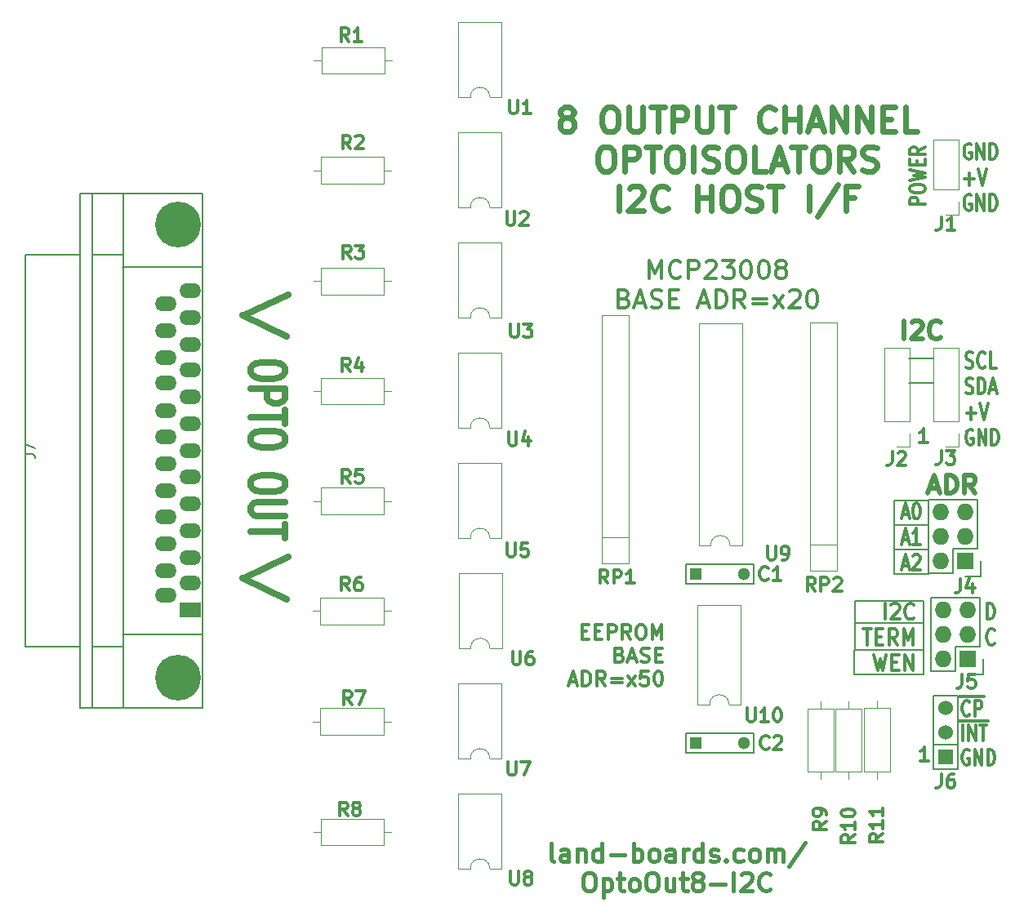
<source format=gto>
%TF.GenerationSoftware,KiCad,Pcbnew,(6.0.1)*%
%TF.CreationDate,2022-09-29T14:04:55-04:00*%
%TF.ProjectId,OptoOut8-I2C,4f70746f-4f75-4743-982d-4932432e6b69,4*%
%TF.SameCoordinates,Original*%
%TF.FileFunction,Legend,Top*%
%TF.FilePolarity,Positive*%
%FSLAX46Y46*%
G04 Gerber Fmt 4.6, Leading zero omitted, Abs format (unit mm)*
G04 Created by KiCad (PCBNEW (6.0.1)) date 2022-09-29 14:04:55*
%MOMM*%
%LPD*%
G01*
G04 APERTURE LIST*
%ADD10C,0.200000*%
%ADD11C,0.476250*%
%ADD12C,0.300000*%
%ADD13C,0.609600*%
%ADD14C,0.317500*%
%ADD15C,0.323850*%
%ADD16C,0.381000*%
%ADD17C,0.635000*%
%ADD18C,0.150000*%
%ADD19C,0.304800*%
%ADD20C,0.120000*%
%ADD21C,0.152400*%
%ADD22C,4.750000*%
%ADD23R,2.250000X1.524000*%
%ADD24O,2.250000X1.524000*%
%ADD25R,1.524000X1.524000*%
%ADD26C,1.524000*%
%ADD27R,1.727200X1.727200*%
%ADD28O,1.727200X1.727200*%
%ADD29R,1.300000X1.300000*%
%ADD30C,1.300000*%
G04 APERTURE END LIST*
D10*
X115824000Y-57912000D02*
X115062000Y-57912000D01*
X113538000Y-72644000D02*
X113538000Y-80010000D01*
X116332000Y-83058000D02*
X116586000Y-83058000D01*
X116586000Y-85344000D02*
X116586000Y-88138000D01*
X109400000Y-88150000D02*
X109400000Y-90678000D01*
X109728000Y-88138000D02*
X109474000Y-88138000D01*
X116586000Y-90678000D02*
X112776000Y-90678000D01*
X113538000Y-75184000D02*
X117094000Y-75184000D01*
X112776000Y-90678000D02*
X109500000Y-90678000D01*
X116586000Y-83058000D02*
X116586000Y-90424000D01*
X109474000Y-85344000D02*
X116586000Y-85344000D01*
X116586000Y-88138000D02*
X109728000Y-88138000D01*
X109474000Y-83058000D02*
X109474000Y-85344000D01*
X109474000Y-88138000D02*
X109474000Y-85344000D01*
X113538000Y-80264000D02*
X117094000Y-80264000D01*
X117094000Y-72644000D02*
X113538000Y-72644000D01*
X113538000Y-80010000D02*
X113538000Y-80264000D01*
X115570000Y-57912000D02*
X117602000Y-57912000D01*
X113538000Y-77724000D02*
X117094000Y-77724000D01*
X116586000Y-90424000D02*
X116586000Y-90678000D01*
X116586000Y-83058000D02*
X109474000Y-83058000D01*
X115062000Y-60452000D02*
X117602000Y-60452000D01*
D11*
X117222419Y-71367500D02*
X118129562Y-71367500D01*
X117040991Y-71911785D02*
X117675991Y-70006785D01*
X118310991Y-71911785D01*
X118945991Y-71911785D02*
X118945991Y-70006785D01*
X119399562Y-70006785D01*
X119671705Y-70097500D01*
X119853133Y-70278928D01*
X119943848Y-70460357D01*
X120034562Y-70823214D01*
X120034562Y-71095357D01*
X119943848Y-71458214D01*
X119853133Y-71639642D01*
X119671705Y-71821071D01*
X119399562Y-71911785D01*
X118945991Y-71911785D01*
X121939562Y-71911785D02*
X121304562Y-71004642D01*
X120850991Y-71911785D02*
X120850991Y-70006785D01*
X121576705Y-70006785D01*
X121758133Y-70097500D01*
X121848848Y-70188214D01*
X121939562Y-70369642D01*
X121939562Y-70641785D01*
X121848848Y-70823214D01*
X121758133Y-70913928D01*
X121576705Y-71004642D01*
X120850991Y-71004642D01*
D12*
X120987904Y-58845096D02*
X121169333Y-58923715D01*
X121471714Y-58923715D01*
X121592666Y-58845096D01*
X121653142Y-58766477D01*
X121713619Y-58609239D01*
X121713619Y-58452001D01*
X121653142Y-58294763D01*
X121592666Y-58216144D01*
X121471714Y-58137525D01*
X121229809Y-58058906D01*
X121108857Y-57980287D01*
X121048380Y-57901668D01*
X120987904Y-57744430D01*
X120987904Y-57587192D01*
X121048380Y-57429954D01*
X121108857Y-57351335D01*
X121229809Y-57272715D01*
X121532190Y-57272715D01*
X121713619Y-57351335D01*
X122983619Y-58766477D02*
X122923142Y-58845096D01*
X122741714Y-58923715D01*
X122620761Y-58923715D01*
X122439333Y-58845096D01*
X122318380Y-58687858D01*
X122257904Y-58530620D01*
X122197428Y-58216144D01*
X122197428Y-57980287D01*
X122257904Y-57665811D01*
X122318380Y-57508573D01*
X122439333Y-57351335D01*
X122620761Y-57272715D01*
X122741714Y-57272715D01*
X122923142Y-57351335D01*
X122983619Y-57429954D01*
X124132666Y-58923715D02*
X123527904Y-58923715D01*
X123527904Y-57272715D01*
X120987904Y-61503206D02*
X121169333Y-61581825D01*
X121471714Y-61581825D01*
X121592666Y-61503206D01*
X121653142Y-61424587D01*
X121713619Y-61267349D01*
X121713619Y-61110111D01*
X121653142Y-60952873D01*
X121592666Y-60874254D01*
X121471714Y-60795635D01*
X121229809Y-60717016D01*
X121108857Y-60638397D01*
X121048380Y-60559778D01*
X120987904Y-60402540D01*
X120987904Y-60245302D01*
X121048380Y-60088064D01*
X121108857Y-60009445D01*
X121229809Y-59930825D01*
X121532190Y-59930825D01*
X121713619Y-60009445D01*
X122257904Y-61581825D02*
X122257904Y-59930825D01*
X122560285Y-59930825D01*
X122741714Y-60009445D01*
X122862666Y-60166683D01*
X122923142Y-60323921D01*
X122983619Y-60638397D01*
X122983619Y-60874254D01*
X122923142Y-61188730D01*
X122862666Y-61345968D01*
X122741714Y-61503206D01*
X122560285Y-61581825D01*
X122257904Y-61581825D01*
X123467428Y-61110111D02*
X124072190Y-61110111D01*
X123346476Y-61581825D02*
X123769809Y-59930825D01*
X124193142Y-61581825D01*
X121048380Y-63610983D02*
X122016000Y-63610983D01*
X121532190Y-64239935D02*
X121532190Y-62982031D01*
X122439333Y-62588935D02*
X122862666Y-64239935D01*
X123286000Y-62588935D01*
X121713619Y-65325665D02*
X121592666Y-65247045D01*
X121411238Y-65247045D01*
X121229809Y-65325665D01*
X121108857Y-65482903D01*
X121048380Y-65640141D01*
X120987904Y-65954617D01*
X120987904Y-66190474D01*
X121048380Y-66504950D01*
X121108857Y-66662188D01*
X121229809Y-66819426D01*
X121411238Y-66898045D01*
X121532190Y-66898045D01*
X121713619Y-66819426D01*
X121774095Y-66740807D01*
X121774095Y-66190474D01*
X121532190Y-66190474D01*
X122318380Y-66898045D02*
X122318380Y-65247045D01*
X123044095Y-66898045D01*
X123044095Y-65247045D01*
X123648857Y-66898045D02*
X123648857Y-65247045D01*
X123951238Y-65247045D01*
X124132666Y-65325665D01*
X124253619Y-65482903D01*
X124314095Y-65640141D01*
X124374571Y-65954617D01*
X124374571Y-66190474D01*
X124314095Y-66504950D01*
X124253619Y-66662188D01*
X124132666Y-66819426D01*
X123951238Y-66898045D01*
X123648857Y-66898045D01*
D13*
X79381047Y-32946219D02*
X79139142Y-32825266D01*
X79018190Y-32704314D01*
X78897238Y-32462409D01*
X78897238Y-32341457D01*
X79018190Y-32099552D01*
X79139142Y-31978600D01*
X79381047Y-31857647D01*
X79864857Y-31857647D01*
X80106761Y-31978600D01*
X80227714Y-32099552D01*
X80348666Y-32341457D01*
X80348666Y-32462409D01*
X80227714Y-32704314D01*
X80106761Y-32825266D01*
X79864857Y-32946219D01*
X79381047Y-32946219D01*
X79139142Y-33067171D01*
X79018190Y-33188123D01*
X78897238Y-33430028D01*
X78897238Y-33913838D01*
X79018190Y-34155742D01*
X79139142Y-34276695D01*
X79381047Y-34397647D01*
X79864857Y-34397647D01*
X80106761Y-34276695D01*
X80227714Y-34155742D01*
X80348666Y-33913838D01*
X80348666Y-33430028D01*
X80227714Y-33188123D01*
X80106761Y-33067171D01*
X79864857Y-32946219D01*
X83856285Y-31857647D02*
X84340095Y-31857647D01*
X84582000Y-31978600D01*
X84823904Y-32220504D01*
X84944857Y-32704314D01*
X84944857Y-33550980D01*
X84823904Y-34034790D01*
X84582000Y-34276695D01*
X84340095Y-34397647D01*
X83856285Y-34397647D01*
X83614380Y-34276695D01*
X83372476Y-34034790D01*
X83251523Y-33550980D01*
X83251523Y-32704314D01*
X83372476Y-32220504D01*
X83614380Y-31978600D01*
X83856285Y-31857647D01*
X86033428Y-31857647D02*
X86033428Y-33913838D01*
X86154380Y-34155742D01*
X86275333Y-34276695D01*
X86517238Y-34397647D01*
X87001047Y-34397647D01*
X87242952Y-34276695D01*
X87363904Y-34155742D01*
X87484857Y-33913838D01*
X87484857Y-31857647D01*
X88331523Y-31857647D02*
X89782952Y-31857647D01*
X89057238Y-34397647D02*
X89057238Y-31857647D01*
X90629619Y-34397647D02*
X90629619Y-31857647D01*
X91597238Y-31857647D01*
X91839142Y-31978600D01*
X91960095Y-32099552D01*
X92081047Y-32341457D01*
X92081047Y-32704314D01*
X91960095Y-32946219D01*
X91839142Y-33067171D01*
X91597238Y-33188123D01*
X90629619Y-33188123D01*
X93169619Y-31857647D02*
X93169619Y-33913838D01*
X93290571Y-34155742D01*
X93411523Y-34276695D01*
X93653428Y-34397647D01*
X94137238Y-34397647D01*
X94379142Y-34276695D01*
X94500095Y-34155742D01*
X94621047Y-33913838D01*
X94621047Y-31857647D01*
X95467714Y-31857647D02*
X96919142Y-31857647D01*
X96193428Y-34397647D02*
X96193428Y-31857647D01*
X101152476Y-34155742D02*
X101031523Y-34276695D01*
X100668666Y-34397647D01*
X100426761Y-34397647D01*
X100063904Y-34276695D01*
X99822000Y-34034790D01*
X99701047Y-33792885D01*
X99580095Y-33309076D01*
X99580095Y-32946219D01*
X99701047Y-32462409D01*
X99822000Y-32220504D01*
X100063904Y-31978600D01*
X100426761Y-31857647D01*
X100668666Y-31857647D01*
X101031523Y-31978600D01*
X101152476Y-32099552D01*
X102241047Y-34397647D02*
X102241047Y-31857647D01*
X102241047Y-33067171D02*
X103692476Y-33067171D01*
X103692476Y-34397647D02*
X103692476Y-31857647D01*
X104781047Y-33671933D02*
X105990571Y-33671933D01*
X104539142Y-34397647D02*
X105385809Y-31857647D01*
X106232476Y-34397647D01*
X107079142Y-34397647D02*
X107079142Y-31857647D01*
X108530571Y-34397647D01*
X108530571Y-31857647D01*
X109740095Y-34397647D02*
X109740095Y-31857647D01*
X111191523Y-34397647D01*
X111191523Y-31857647D01*
X112401047Y-33067171D02*
X113247714Y-33067171D01*
X113610571Y-34397647D02*
X112401047Y-34397647D01*
X112401047Y-31857647D01*
X113610571Y-31857647D01*
X115908666Y-34397647D02*
X114699142Y-34397647D01*
X114699142Y-31857647D01*
X83432952Y-35947047D02*
X83916761Y-35947047D01*
X84158666Y-36068000D01*
X84400571Y-36309904D01*
X84521523Y-36793714D01*
X84521523Y-37640380D01*
X84400571Y-38124190D01*
X84158666Y-38366095D01*
X83916761Y-38487047D01*
X83432952Y-38487047D01*
X83191047Y-38366095D01*
X82949142Y-38124190D01*
X82828190Y-37640380D01*
X82828190Y-36793714D01*
X82949142Y-36309904D01*
X83191047Y-36068000D01*
X83432952Y-35947047D01*
X85610095Y-38487047D02*
X85610095Y-35947047D01*
X86577714Y-35947047D01*
X86819619Y-36068000D01*
X86940571Y-36188952D01*
X87061523Y-36430857D01*
X87061523Y-36793714D01*
X86940571Y-37035619D01*
X86819619Y-37156571D01*
X86577714Y-37277523D01*
X85610095Y-37277523D01*
X87787238Y-35947047D02*
X89238666Y-35947047D01*
X88512952Y-38487047D02*
X88512952Y-35947047D01*
X90569142Y-35947047D02*
X91052952Y-35947047D01*
X91294857Y-36068000D01*
X91536761Y-36309904D01*
X91657714Y-36793714D01*
X91657714Y-37640380D01*
X91536761Y-38124190D01*
X91294857Y-38366095D01*
X91052952Y-38487047D01*
X90569142Y-38487047D01*
X90327238Y-38366095D01*
X90085333Y-38124190D01*
X89964380Y-37640380D01*
X89964380Y-36793714D01*
X90085333Y-36309904D01*
X90327238Y-36068000D01*
X90569142Y-35947047D01*
X92746285Y-38487047D02*
X92746285Y-35947047D01*
X93834857Y-38366095D02*
X94197714Y-38487047D01*
X94802476Y-38487047D01*
X95044380Y-38366095D01*
X95165333Y-38245142D01*
X95286285Y-38003238D01*
X95286285Y-37761333D01*
X95165333Y-37519428D01*
X95044380Y-37398476D01*
X94802476Y-37277523D01*
X94318666Y-37156571D01*
X94076761Y-37035619D01*
X93955809Y-36914666D01*
X93834857Y-36672761D01*
X93834857Y-36430857D01*
X93955809Y-36188952D01*
X94076761Y-36068000D01*
X94318666Y-35947047D01*
X94923428Y-35947047D01*
X95286285Y-36068000D01*
X96858666Y-35947047D02*
X97342476Y-35947047D01*
X97584380Y-36068000D01*
X97826285Y-36309904D01*
X97947238Y-36793714D01*
X97947238Y-37640380D01*
X97826285Y-38124190D01*
X97584380Y-38366095D01*
X97342476Y-38487047D01*
X96858666Y-38487047D01*
X96616761Y-38366095D01*
X96374857Y-38124190D01*
X96253904Y-37640380D01*
X96253904Y-36793714D01*
X96374857Y-36309904D01*
X96616761Y-36068000D01*
X96858666Y-35947047D01*
X100245333Y-38487047D02*
X99035809Y-38487047D01*
X99035809Y-35947047D01*
X100971047Y-37761333D02*
X102180571Y-37761333D01*
X100729142Y-38487047D02*
X101575809Y-35947047D01*
X102422476Y-38487047D01*
X102906285Y-35947047D02*
X104357714Y-35947047D01*
X103632000Y-38487047D02*
X103632000Y-35947047D01*
X105688190Y-35947047D02*
X106172000Y-35947047D01*
X106413904Y-36068000D01*
X106655809Y-36309904D01*
X106776761Y-36793714D01*
X106776761Y-37640380D01*
X106655809Y-38124190D01*
X106413904Y-38366095D01*
X106172000Y-38487047D01*
X105688190Y-38487047D01*
X105446285Y-38366095D01*
X105204380Y-38124190D01*
X105083428Y-37640380D01*
X105083428Y-36793714D01*
X105204380Y-36309904D01*
X105446285Y-36068000D01*
X105688190Y-35947047D01*
X109316761Y-38487047D02*
X108470095Y-37277523D01*
X107865333Y-38487047D02*
X107865333Y-35947047D01*
X108832952Y-35947047D01*
X109074857Y-36068000D01*
X109195809Y-36188952D01*
X109316761Y-36430857D01*
X109316761Y-36793714D01*
X109195809Y-37035619D01*
X109074857Y-37156571D01*
X108832952Y-37277523D01*
X107865333Y-37277523D01*
X110284380Y-38366095D02*
X110647238Y-38487047D01*
X111252000Y-38487047D01*
X111493904Y-38366095D01*
X111614857Y-38245142D01*
X111735809Y-38003238D01*
X111735809Y-37761333D01*
X111614857Y-37519428D01*
X111493904Y-37398476D01*
X111252000Y-37277523D01*
X110768190Y-37156571D01*
X110526285Y-37035619D01*
X110405333Y-36914666D01*
X110284380Y-36672761D01*
X110284380Y-36430857D01*
X110405333Y-36188952D01*
X110526285Y-36068000D01*
X110768190Y-35947047D01*
X111372952Y-35947047D01*
X111735809Y-36068000D01*
X85005333Y-42576447D02*
X85005333Y-40036447D01*
X86093904Y-40278352D02*
X86214857Y-40157400D01*
X86456761Y-40036447D01*
X87061523Y-40036447D01*
X87303428Y-40157400D01*
X87424380Y-40278352D01*
X87545333Y-40520257D01*
X87545333Y-40762161D01*
X87424380Y-41125019D01*
X85972952Y-42576447D01*
X87545333Y-42576447D01*
X90085333Y-42334542D02*
X89964380Y-42455495D01*
X89601523Y-42576447D01*
X89359619Y-42576447D01*
X88996761Y-42455495D01*
X88754857Y-42213590D01*
X88633904Y-41971685D01*
X88512952Y-41487876D01*
X88512952Y-41125019D01*
X88633904Y-40641209D01*
X88754857Y-40399304D01*
X88996761Y-40157400D01*
X89359619Y-40036447D01*
X89601523Y-40036447D01*
X89964380Y-40157400D01*
X90085333Y-40278352D01*
X93109142Y-42576447D02*
X93109142Y-40036447D01*
X93109142Y-41245971D02*
X94560571Y-41245971D01*
X94560571Y-42576447D02*
X94560571Y-40036447D01*
X96253904Y-40036447D02*
X96737714Y-40036447D01*
X96979619Y-40157400D01*
X97221523Y-40399304D01*
X97342476Y-40883114D01*
X97342476Y-41729780D01*
X97221523Y-42213590D01*
X96979619Y-42455495D01*
X96737714Y-42576447D01*
X96253904Y-42576447D01*
X96012000Y-42455495D01*
X95770095Y-42213590D01*
X95649142Y-41729780D01*
X95649142Y-40883114D01*
X95770095Y-40399304D01*
X96012000Y-40157400D01*
X96253904Y-40036447D01*
X98310095Y-42455495D02*
X98672952Y-42576447D01*
X99277714Y-42576447D01*
X99519619Y-42455495D01*
X99640571Y-42334542D01*
X99761523Y-42092638D01*
X99761523Y-41850733D01*
X99640571Y-41608828D01*
X99519619Y-41487876D01*
X99277714Y-41366923D01*
X98793904Y-41245971D01*
X98552000Y-41125019D01*
X98431047Y-41004066D01*
X98310095Y-40762161D01*
X98310095Y-40520257D01*
X98431047Y-40278352D01*
X98552000Y-40157400D01*
X98793904Y-40036447D01*
X99398666Y-40036447D01*
X99761523Y-40157400D01*
X100487238Y-40036447D02*
X101938666Y-40036447D01*
X101212952Y-42576447D02*
X101212952Y-40036447D01*
X104720571Y-42576447D02*
X104720571Y-40036447D01*
X107744380Y-39915495D02*
X105567238Y-43181209D01*
X109437714Y-41245971D02*
X108591047Y-41245971D01*
X108591047Y-42576447D02*
X108591047Y-40036447D01*
X109800571Y-40036447D01*
D12*
X123207380Y-84949825D02*
X123207380Y-83298825D01*
X123509761Y-83298825D01*
X123691190Y-83377445D01*
X123812142Y-83534683D01*
X123872619Y-83691921D01*
X123933095Y-84006397D01*
X123933095Y-84242254D01*
X123872619Y-84556730D01*
X123812142Y-84713968D01*
X123691190Y-84871206D01*
X123509761Y-84949825D01*
X123207380Y-84949825D01*
X123933095Y-87450697D02*
X123872619Y-87529316D01*
X123691190Y-87607935D01*
X123570238Y-87607935D01*
X123388809Y-87529316D01*
X123267857Y-87372078D01*
X123207380Y-87214840D01*
X123146904Y-86900364D01*
X123146904Y-86664507D01*
X123207380Y-86350031D01*
X123267857Y-86192793D01*
X123388809Y-86035555D01*
X123570238Y-85956935D01*
X123691190Y-85956935D01*
X123872619Y-86035555D01*
X123933095Y-86114174D01*
X117128571Y-99678571D02*
X116271428Y-99678571D01*
X116700000Y-99678571D02*
X116700000Y-98178571D01*
X116557142Y-98392857D01*
X116414285Y-98535714D01*
X116271428Y-98607142D01*
X116796880Y-41933095D02*
X115145880Y-41933095D01*
X115145880Y-41449285D01*
X115224500Y-41328333D01*
X115303119Y-41267857D01*
X115460357Y-41207380D01*
X115696214Y-41207380D01*
X115853452Y-41267857D01*
X115932071Y-41328333D01*
X116010690Y-41449285D01*
X116010690Y-41933095D01*
X115145880Y-40421190D02*
X115145880Y-40179285D01*
X115224500Y-40058333D01*
X115381738Y-39937380D01*
X115696214Y-39876904D01*
X116246547Y-39876904D01*
X116561023Y-39937380D01*
X116718261Y-40058333D01*
X116796880Y-40179285D01*
X116796880Y-40421190D01*
X116718261Y-40542142D01*
X116561023Y-40663095D01*
X116246547Y-40723571D01*
X115696214Y-40723571D01*
X115381738Y-40663095D01*
X115224500Y-40542142D01*
X115145880Y-40421190D01*
X115145880Y-39453571D02*
X116796880Y-39151190D01*
X115617595Y-38909285D01*
X116796880Y-38667380D01*
X115145880Y-38365000D01*
X115932071Y-37881190D02*
X115932071Y-37457857D01*
X116796880Y-37276428D02*
X116796880Y-37881190D01*
X115145880Y-37881190D01*
X115145880Y-37276428D01*
X116796880Y-36006428D02*
X116010690Y-36429761D01*
X116796880Y-36732142D02*
X115145880Y-36732142D01*
X115145880Y-36248333D01*
X115224500Y-36127380D01*
X115303119Y-36066904D01*
X115460357Y-36006428D01*
X115696214Y-36006428D01*
X115853452Y-36066904D01*
X115932071Y-36127380D01*
X116010690Y-36248333D01*
X116010690Y-36732142D01*
X117042571Y-66652571D02*
X116185428Y-66652571D01*
X116614000Y-66652571D02*
X116614000Y-65152571D01*
X116471142Y-65366857D01*
X116328285Y-65509714D01*
X116185428Y-65581142D01*
D14*
X114408857Y-74071056D02*
X115013619Y-74071056D01*
X114287904Y-74542770D02*
X114711238Y-72891770D01*
X115134571Y-74542770D01*
X115799809Y-72891770D02*
X115920761Y-72891770D01*
X116041714Y-72970390D01*
X116102190Y-73049009D01*
X116162666Y-73206247D01*
X116223142Y-73520723D01*
X116223142Y-73913818D01*
X116162666Y-74228294D01*
X116102190Y-74385532D01*
X116041714Y-74464151D01*
X115920761Y-74542770D01*
X115799809Y-74542770D01*
X115678857Y-74464151D01*
X115618380Y-74385532D01*
X115557904Y-74228294D01*
X115497428Y-73913818D01*
X115497428Y-73520723D01*
X115557904Y-73206247D01*
X115618380Y-73049009D01*
X115678857Y-72970390D01*
X115799809Y-72891770D01*
X114408857Y-76729166D02*
X115013619Y-76729166D01*
X114287904Y-77200880D02*
X114711238Y-75549880D01*
X115134571Y-77200880D01*
X116223142Y-77200880D02*
X115497428Y-77200880D01*
X115860285Y-77200880D02*
X115860285Y-75549880D01*
X115739333Y-75785738D01*
X115618380Y-75942976D01*
X115497428Y-76021595D01*
X114408857Y-79387276D02*
X115013619Y-79387276D01*
X114287904Y-79858990D02*
X114711238Y-78207990D01*
X115134571Y-79858990D01*
X115497428Y-78365229D02*
X115557904Y-78286610D01*
X115678857Y-78207990D01*
X115981238Y-78207990D01*
X116102190Y-78286610D01*
X116162666Y-78365229D01*
X116223142Y-78522467D01*
X116223142Y-78679705D01*
X116162666Y-78915562D01*
X115436952Y-79858990D01*
X116223142Y-79858990D01*
D15*
X88138776Y-49628260D02*
X88138776Y-47723260D01*
X88773776Y-49083975D01*
X89408776Y-47723260D01*
X89408776Y-49628260D01*
X91404491Y-49446832D02*
X91313776Y-49537546D01*
X91041633Y-49628260D01*
X90860205Y-49628260D01*
X90588062Y-49537546D01*
X90406633Y-49356117D01*
X90315919Y-49174689D01*
X90225205Y-48811832D01*
X90225205Y-48539689D01*
X90315919Y-48176832D01*
X90406633Y-47995403D01*
X90588062Y-47813975D01*
X90860205Y-47723260D01*
X91041633Y-47723260D01*
X91313776Y-47813975D01*
X91404491Y-47904689D01*
X92220919Y-49628260D02*
X92220919Y-47723260D01*
X92946633Y-47723260D01*
X93128062Y-47813975D01*
X93218776Y-47904689D01*
X93309491Y-48086117D01*
X93309491Y-48358260D01*
X93218776Y-48539689D01*
X93128062Y-48630403D01*
X92946633Y-48721117D01*
X92220919Y-48721117D01*
X94035205Y-47904689D02*
X94125919Y-47813975D01*
X94307348Y-47723260D01*
X94760919Y-47723260D01*
X94942348Y-47813975D01*
X95033062Y-47904689D01*
X95123776Y-48086117D01*
X95123776Y-48267546D01*
X95033062Y-48539689D01*
X93944491Y-49628260D01*
X95123776Y-49628260D01*
X95758776Y-47723260D02*
X96938062Y-47723260D01*
X96303062Y-48448975D01*
X96575205Y-48448975D01*
X96756633Y-48539689D01*
X96847348Y-48630403D01*
X96938062Y-48811832D01*
X96938062Y-49265403D01*
X96847348Y-49446832D01*
X96756633Y-49537546D01*
X96575205Y-49628260D01*
X96030919Y-49628260D01*
X95849491Y-49537546D01*
X95758776Y-49446832D01*
X98117348Y-47723260D02*
X98298776Y-47723260D01*
X98480205Y-47813975D01*
X98570919Y-47904689D01*
X98661633Y-48086117D01*
X98752348Y-48448975D01*
X98752348Y-48902546D01*
X98661633Y-49265403D01*
X98570919Y-49446832D01*
X98480205Y-49537546D01*
X98298776Y-49628260D01*
X98117348Y-49628260D01*
X97935919Y-49537546D01*
X97845205Y-49446832D01*
X97754491Y-49265403D01*
X97663776Y-48902546D01*
X97663776Y-48448975D01*
X97754491Y-48086117D01*
X97845205Y-47904689D01*
X97935919Y-47813975D01*
X98117348Y-47723260D01*
X99931633Y-47723260D02*
X100113062Y-47723260D01*
X100294491Y-47813975D01*
X100385205Y-47904689D01*
X100475919Y-48086117D01*
X100566633Y-48448975D01*
X100566633Y-48902546D01*
X100475919Y-49265403D01*
X100385205Y-49446832D01*
X100294491Y-49537546D01*
X100113062Y-49628260D01*
X99931633Y-49628260D01*
X99750205Y-49537546D01*
X99659491Y-49446832D01*
X99568776Y-49265403D01*
X99478062Y-48902546D01*
X99478062Y-48448975D01*
X99568776Y-48086117D01*
X99659491Y-47904689D01*
X99750205Y-47813975D01*
X99931633Y-47723260D01*
X101655205Y-48539689D02*
X101473776Y-48448975D01*
X101383062Y-48358260D01*
X101292348Y-48176832D01*
X101292348Y-48086117D01*
X101383062Y-47904689D01*
X101473776Y-47813975D01*
X101655205Y-47723260D01*
X102018062Y-47723260D01*
X102199491Y-47813975D01*
X102290205Y-47904689D01*
X102380919Y-48086117D01*
X102380919Y-48176832D01*
X102290205Y-48358260D01*
X102199491Y-48448975D01*
X102018062Y-48539689D01*
X101655205Y-48539689D01*
X101473776Y-48630403D01*
X101383062Y-48721117D01*
X101292348Y-48902546D01*
X101292348Y-49265403D01*
X101383062Y-49446832D01*
X101473776Y-49537546D01*
X101655205Y-49628260D01*
X102018062Y-49628260D01*
X102199491Y-49537546D01*
X102290205Y-49446832D01*
X102380919Y-49265403D01*
X102380919Y-48902546D01*
X102290205Y-48721117D01*
X102199491Y-48630403D01*
X102018062Y-48539689D01*
X85553419Y-51697453D02*
X85825562Y-51788167D01*
X85916276Y-51878882D01*
X86006990Y-52060310D01*
X86006990Y-52332453D01*
X85916276Y-52513882D01*
X85825562Y-52604596D01*
X85644133Y-52695310D01*
X84918419Y-52695310D01*
X84918419Y-50790310D01*
X85553419Y-50790310D01*
X85734848Y-50881025D01*
X85825562Y-50971739D01*
X85916276Y-51153167D01*
X85916276Y-51334596D01*
X85825562Y-51516025D01*
X85734848Y-51606739D01*
X85553419Y-51697453D01*
X84918419Y-51697453D01*
X86732705Y-52151025D02*
X87639848Y-52151025D01*
X86551276Y-52695310D02*
X87186276Y-50790310D01*
X87821276Y-52695310D01*
X88365562Y-52604596D02*
X88637705Y-52695310D01*
X89091276Y-52695310D01*
X89272705Y-52604596D01*
X89363419Y-52513882D01*
X89454133Y-52332453D01*
X89454133Y-52151025D01*
X89363419Y-51969596D01*
X89272705Y-51878882D01*
X89091276Y-51788167D01*
X88728419Y-51697453D01*
X88546990Y-51606739D01*
X88456276Y-51516025D01*
X88365562Y-51334596D01*
X88365562Y-51153167D01*
X88456276Y-50971739D01*
X88546990Y-50881025D01*
X88728419Y-50790310D01*
X89181990Y-50790310D01*
X89454133Y-50881025D01*
X90270562Y-51697453D02*
X90905562Y-51697453D01*
X91177705Y-52695310D02*
X90270562Y-52695310D01*
X90270562Y-50790310D01*
X91177705Y-50790310D01*
X93354848Y-52151025D02*
X94261990Y-52151025D01*
X93173419Y-52695310D02*
X93808419Y-50790310D01*
X94443419Y-52695310D01*
X95078419Y-52695310D02*
X95078419Y-50790310D01*
X95531990Y-50790310D01*
X95804133Y-50881025D01*
X95985562Y-51062453D01*
X96076276Y-51243882D01*
X96166990Y-51606739D01*
X96166990Y-51878882D01*
X96076276Y-52241739D01*
X95985562Y-52423167D01*
X95804133Y-52604596D01*
X95531990Y-52695310D01*
X95078419Y-52695310D01*
X98071990Y-52695310D02*
X97436990Y-51788167D01*
X96983419Y-52695310D02*
X96983419Y-50790310D01*
X97709133Y-50790310D01*
X97890562Y-50881025D01*
X97981276Y-50971739D01*
X98071990Y-51153167D01*
X98071990Y-51425310D01*
X97981276Y-51606739D01*
X97890562Y-51697453D01*
X97709133Y-51788167D01*
X96983419Y-51788167D01*
X98888419Y-51697453D02*
X100339848Y-51697453D01*
X100339848Y-52241739D02*
X98888419Y-52241739D01*
X101065562Y-52695310D02*
X102063419Y-51425310D01*
X101065562Y-51425310D02*
X102063419Y-52695310D01*
X102698419Y-50971739D02*
X102789133Y-50881025D01*
X102970562Y-50790310D01*
X103424133Y-50790310D01*
X103605562Y-50881025D01*
X103696276Y-50971739D01*
X103786991Y-51153167D01*
X103786991Y-51334596D01*
X103696276Y-51606739D01*
X102607705Y-52695310D01*
X103786991Y-52695310D01*
X104966276Y-50790310D02*
X105147705Y-50790310D01*
X105329133Y-50881025D01*
X105419848Y-50971739D01*
X105510562Y-51153167D01*
X105601276Y-51516025D01*
X105601276Y-51969596D01*
X105510562Y-52332453D01*
X105419848Y-52513882D01*
X105329133Y-52604596D01*
X105147705Y-52695310D01*
X104966276Y-52695310D01*
X104784848Y-52604596D01*
X104694133Y-52513882D01*
X104603419Y-52332453D01*
X104512705Y-51969596D01*
X104512705Y-51516025D01*
X104603419Y-51153167D01*
X104694133Y-50971739D01*
X104784848Y-50881025D01*
X104966276Y-50790310D01*
D12*
X121523119Y-35693390D02*
X121402166Y-35614770D01*
X121220738Y-35614770D01*
X121039309Y-35693390D01*
X120918357Y-35850628D01*
X120857880Y-36007866D01*
X120797404Y-36322342D01*
X120797404Y-36558199D01*
X120857880Y-36872675D01*
X120918357Y-37029913D01*
X121039309Y-37187151D01*
X121220738Y-37265770D01*
X121341690Y-37265770D01*
X121523119Y-37187151D01*
X121583595Y-37108532D01*
X121583595Y-36558199D01*
X121341690Y-36558199D01*
X122127880Y-37265770D02*
X122127880Y-35614770D01*
X122853595Y-37265770D01*
X122853595Y-35614770D01*
X123458357Y-37265770D02*
X123458357Y-35614770D01*
X123760738Y-35614770D01*
X123942166Y-35693390D01*
X124063119Y-35850628D01*
X124123595Y-36007866D01*
X124184071Y-36322342D01*
X124184071Y-36558199D01*
X124123595Y-36872675D01*
X124063119Y-37029913D01*
X123942166Y-37187151D01*
X123760738Y-37265770D01*
X123458357Y-37265770D01*
X120857880Y-39294928D02*
X121825500Y-39294928D01*
X121341690Y-39923880D02*
X121341690Y-38665976D01*
X122248833Y-38272880D02*
X122672166Y-39923880D01*
X123095500Y-38272880D01*
X121523119Y-41009610D02*
X121402166Y-40930990D01*
X121220738Y-40930990D01*
X121039309Y-41009610D01*
X120918357Y-41166848D01*
X120857880Y-41324086D01*
X120797404Y-41638562D01*
X120797404Y-41874419D01*
X120857880Y-42188895D01*
X120918357Y-42346133D01*
X121039309Y-42503371D01*
X121220738Y-42581990D01*
X121341690Y-42581990D01*
X121523119Y-42503371D01*
X121583595Y-42424752D01*
X121583595Y-41874419D01*
X121341690Y-41874419D01*
X122127880Y-42581990D02*
X122127880Y-40930990D01*
X122853595Y-42581990D01*
X122853595Y-40930990D01*
X123458357Y-42581990D02*
X123458357Y-40930990D01*
X123760738Y-40930990D01*
X123942166Y-41009610D01*
X124063119Y-41166848D01*
X124123595Y-41324086D01*
X124184071Y-41638562D01*
X124184071Y-41874419D01*
X124123595Y-42188895D01*
X124063119Y-42346133D01*
X123942166Y-42503371D01*
X123760738Y-42581990D01*
X123458357Y-42581990D01*
D16*
X78254642Y-110078260D02*
X78073214Y-109987546D01*
X77982500Y-109806117D01*
X77982500Y-108173260D01*
X79796785Y-110078260D02*
X79796785Y-109080403D01*
X79706071Y-108898975D01*
X79524642Y-108808260D01*
X79161785Y-108808260D01*
X78980357Y-108898975D01*
X79796785Y-109987546D02*
X79615357Y-110078260D01*
X79161785Y-110078260D01*
X78980357Y-109987546D01*
X78889642Y-109806117D01*
X78889642Y-109624689D01*
X78980357Y-109443260D01*
X79161785Y-109352546D01*
X79615357Y-109352546D01*
X79796785Y-109261832D01*
X80703928Y-108808260D02*
X80703928Y-110078260D01*
X80703928Y-108989689D02*
X80794642Y-108898975D01*
X80976071Y-108808260D01*
X81248214Y-108808260D01*
X81429642Y-108898975D01*
X81520357Y-109080403D01*
X81520357Y-110078260D01*
X83243928Y-110078260D02*
X83243928Y-108173260D01*
X83243928Y-109987546D02*
X83062500Y-110078260D01*
X82699642Y-110078260D01*
X82518214Y-109987546D01*
X82427500Y-109896832D01*
X82336785Y-109715403D01*
X82336785Y-109171117D01*
X82427500Y-108989689D01*
X82518214Y-108898975D01*
X82699642Y-108808260D01*
X83062500Y-108808260D01*
X83243928Y-108898975D01*
X84151071Y-109352546D02*
X85602500Y-109352546D01*
X86509642Y-110078260D02*
X86509642Y-108173260D01*
X86509642Y-108898975D02*
X86691071Y-108808260D01*
X87053928Y-108808260D01*
X87235357Y-108898975D01*
X87326071Y-108989689D01*
X87416785Y-109171117D01*
X87416785Y-109715403D01*
X87326071Y-109896832D01*
X87235357Y-109987546D01*
X87053928Y-110078260D01*
X86691071Y-110078260D01*
X86509642Y-109987546D01*
X88505357Y-110078260D02*
X88323928Y-109987546D01*
X88233214Y-109896832D01*
X88142500Y-109715403D01*
X88142500Y-109171117D01*
X88233214Y-108989689D01*
X88323928Y-108898975D01*
X88505357Y-108808260D01*
X88777500Y-108808260D01*
X88958928Y-108898975D01*
X89049642Y-108989689D01*
X89140357Y-109171117D01*
X89140357Y-109715403D01*
X89049642Y-109896832D01*
X88958928Y-109987546D01*
X88777500Y-110078260D01*
X88505357Y-110078260D01*
X90773214Y-110078260D02*
X90773214Y-109080403D01*
X90682500Y-108898975D01*
X90501071Y-108808260D01*
X90138214Y-108808260D01*
X89956785Y-108898975D01*
X90773214Y-109987546D02*
X90591785Y-110078260D01*
X90138214Y-110078260D01*
X89956785Y-109987546D01*
X89866071Y-109806117D01*
X89866071Y-109624689D01*
X89956785Y-109443260D01*
X90138214Y-109352546D01*
X90591785Y-109352546D01*
X90773214Y-109261832D01*
X91680357Y-110078260D02*
X91680357Y-108808260D01*
X91680357Y-109171117D02*
X91771071Y-108989689D01*
X91861785Y-108898975D01*
X92043214Y-108808260D01*
X92224642Y-108808260D01*
X93676071Y-110078260D02*
X93676071Y-108173260D01*
X93676071Y-109987546D02*
X93494642Y-110078260D01*
X93131785Y-110078260D01*
X92950357Y-109987546D01*
X92859642Y-109896832D01*
X92768928Y-109715403D01*
X92768928Y-109171117D01*
X92859642Y-108989689D01*
X92950357Y-108898975D01*
X93131785Y-108808260D01*
X93494642Y-108808260D01*
X93676071Y-108898975D01*
X94492500Y-109987546D02*
X94673928Y-110078260D01*
X95036785Y-110078260D01*
X95218214Y-109987546D01*
X95308928Y-109806117D01*
X95308928Y-109715403D01*
X95218214Y-109533975D01*
X95036785Y-109443260D01*
X94764642Y-109443260D01*
X94583214Y-109352546D01*
X94492500Y-109171117D01*
X94492500Y-109080403D01*
X94583214Y-108898975D01*
X94764642Y-108808260D01*
X95036785Y-108808260D01*
X95218214Y-108898975D01*
X96125357Y-109896832D02*
X96216071Y-109987546D01*
X96125357Y-110078260D01*
X96034642Y-109987546D01*
X96125357Y-109896832D01*
X96125357Y-110078260D01*
X97848928Y-109987546D02*
X97667500Y-110078260D01*
X97304642Y-110078260D01*
X97123214Y-109987546D01*
X97032500Y-109896832D01*
X96941785Y-109715403D01*
X96941785Y-109171117D01*
X97032500Y-108989689D01*
X97123214Y-108898975D01*
X97304642Y-108808260D01*
X97667500Y-108808260D01*
X97848928Y-108898975D01*
X98937500Y-110078260D02*
X98756071Y-109987546D01*
X98665357Y-109896832D01*
X98574642Y-109715403D01*
X98574642Y-109171117D01*
X98665357Y-108989689D01*
X98756071Y-108898975D01*
X98937500Y-108808260D01*
X99209642Y-108808260D01*
X99391071Y-108898975D01*
X99481785Y-108989689D01*
X99572500Y-109171117D01*
X99572500Y-109715403D01*
X99481785Y-109896832D01*
X99391071Y-109987546D01*
X99209642Y-110078260D01*
X98937500Y-110078260D01*
X100388928Y-110078260D02*
X100388928Y-108808260D01*
X100388928Y-108989689D02*
X100479642Y-108898975D01*
X100661071Y-108808260D01*
X100933214Y-108808260D01*
X101114642Y-108898975D01*
X101205357Y-109080403D01*
X101205357Y-110078260D01*
X101205357Y-109080403D02*
X101296071Y-108898975D01*
X101477500Y-108808260D01*
X101749642Y-108808260D01*
X101931071Y-108898975D01*
X102021785Y-109080403D01*
X102021785Y-110078260D01*
X104289642Y-108082546D02*
X102656785Y-110531832D01*
X81747142Y-111240310D02*
X82110000Y-111240310D01*
X82291428Y-111331025D01*
X82472857Y-111512453D01*
X82563571Y-111875310D01*
X82563571Y-112510310D01*
X82472857Y-112873167D01*
X82291428Y-113054596D01*
X82110000Y-113145310D01*
X81747142Y-113145310D01*
X81565714Y-113054596D01*
X81384285Y-112873167D01*
X81293571Y-112510310D01*
X81293571Y-111875310D01*
X81384285Y-111512453D01*
X81565714Y-111331025D01*
X81747142Y-111240310D01*
X83380000Y-111875310D02*
X83380000Y-113780310D01*
X83380000Y-111966025D02*
X83561428Y-111875310D01*
X83924285Y-111875310D01*
X84105714Y-111966025D01*
X84196428Y-112056739D01*
X84287142Y-112238167D01*
X84287142Y-112782453D01*
X84196428Y-112963882D01*
X84105714Y-113054596D01*
X83924285Y-113145310D01*
X83561428Y-113145310D01*
X83380000Y-113054596D01*
X84831428Y-111875310D02*
X85557142Y-111875310D01*
X85103571Y-111240310D02*
X85103571Y-112873167D01*
X85194285Y-113054596D01*
X85375714Y-113145310D01*
X85557142Y-113145310D01*
X86464285Y-113145310D02*
X86282857Y-113054596D01*
X86192142Y-112963882D01*
X86101428Y-112782453D01*
X86101428Y-112238167D01*
X86192142Y-112056739D01*
X86282857Y-111966025D01*
X86464285Y-111875310D01*
X86736428Y-111875310D01*
X86917857Y-111966025D01*
X87008571Y-112056739D01*
X87099285Y-112238167D01*
X87099285Y-112782453D01*
X87008571Y-112963882D01*
X86917857Y-113054596D01*
X86736428Y-113145310D01*
X86464285Y-113145310D01*
X88278571Y-111240310D02*
X88641428Y-111240310D01*
X88822857Y-111331025D01*
X89004285Y-111512453D01*
X89095000Y-111875310D01*
X89095000Y-112510310D01*
X89004285Y-112873167D01*
X88822857Y-113054596D01*
X88641428Y-113145310D01*
X88278571Y-113145310D01*
X88097142Y-113054596D01*
X87915714Y-112873167D01*
X87825000Y-112510310D01*
X87825000Y-111875310D01*
X87915714Y-111512453D01*
X88097142Y-111331025D01*
X88278571Y-111240310D01*
X90727857Y-111875310D02*
X90727857Y-113145310D01*
X89911428Y-111875310D02*
X89911428Y-112873167D01*
X90002142Y-113054596D01*
X90183571Y-113145310D01*
X90455714Y-113145310D01*
X90637142Y-113054596D01*
X90727857Y-112963882D01*
X91362857Y-111875310D02*
X92088571Y-111875310D01*
X91635000Y-111240310D02*
X91635000Y-112873167D01*
X91725714Y-113054596D01*
X91907142Y-113145310D01*
X92088571Y-113145310D01*
X92995714Y-112056739D02*
X92814285Y-111966025D01*
X92723571Y-111875310D01*
X92632857Y-111693882D01*
X92632857Y-111603167D01*
X92723571Y-111421739D01*
X92814285Y-111331025D01*
X92995714Y-111240310D01*
X93358571Y-111240310D01*
X93540000Y-111331025D01*
X93630714Y-111421739D01*
X93721428Y-111603167D01*
X93721428Y-111693882D01*
X93630714Y-111875310D01*
X93540000Y-111966025D01*
X93358571Y-112056739D01*
X92995714Y-112056739D01*
X92814285Y-112147453D01*
X92723571Y-112238167D01*
X92632857Y-112419596D01*
X92632857Y-112782453D01*
X92723571Y-112963882D01*
X92814285Y-113054596D01*
X92995714Y-113145310D01*
X93358571Y-113145310D01*
X93540000Y-113054596D01*
X93630714Y-112963882D01*
X93721428Y-112782453D01*
X93721428Y-112419596D01*
X93630714Y-112238167D01*
X93540000Y-112147453D01*
X93358571Y-112056739D01*
X94537857Y-112419596D02*
X95989285Y-112419596D01*
X96896428Y-113145310D02*
X96896428Y-111240310D01*
X97712857Y-111421739D02*
X97803571Y-111331025D01*
X97985000Y-111240310D01*
X98438571Y-111240310D01*
X98620000Y-111331025D01*
X98710714Y-111421739D01*
X98801428Y-111603167D01*
X98801428Y-111784596D01*
X98710714Y-112056739D01*
X97622142Y-113145310D01*
X98801428Y-113145310D01*
X100706428Y-112963882D02*
X100615714Y-113054596D01*
X100343571Y-113145310D01*
X100162142Y-113145310D01*
X99890000Y-113054596D01*
X99708571Y-112873167D01*
X99617857Y-112691739D01*
X99527142Y-112328882D01*
X99527142Y-112056739D01*
X99617857Y-111693882D01*
X99708571Y-111512453D01*
X99890000Y-111331025D01*
X100162142Y-111240310D01*
X100343571Y-111240310D01*
X100615714Y-111331025D01*
X100706428Y-111421739D01*
D11*
X114563848Y-55913796D02*
X114563848Y-54008796D01*
X115380276Y-54190225D02*
X115470991Y-54099511D01*
X115652419Y-54008796D01*
X116105991Y-54008796D01*
X116287419Y-54099511D01*
X116378133Y-54190225D01*
X116468848Y-54371653D01*
X116468848Y-54553082D01*
X116378133Y-54825225D01*
X115289562Y-55913796D01*
X116468848Y-55913796D01*
X118373848Y-55732368D02*
X118283133Y-55823082D01*
X118010991Y-55913796D01*
X117829562Y-55913796D01*
X117557419Y-55823082D01*
X117375991Y-55641653D01*
X117285276Y-55460225D01*
X117194562Y-55097368D01*
X117194562Y-54825225D01*
X117285276Y-54462368D01*
X117375991Y-54280939D01*
X117557419Y-54099511D01*
X117829562Y-54008796D01*
X118010991Y-54008796D01*
X118283133Y-54099511D01*
X118373848Y-54190225D01*
D12*
X112597285Y-84956770D02*
X112597285Y-83305770D01*
X113240142Y-83463009D02*
X113311571Y-83384390D01*
X113454428Y-83305770D01*
X113811571Y-83305770D01*
X113954428Y-83384390D01*
X114025857Y-83463009D01*
X114097285Y-83620247D01*
X114097285Y-83777485D01*
X114025857Y-84013342D01*
X113168714Y-84956770D01*
X114097285Y-84956770D01*
X115597285Y-84799532D02*
X115525857Y-84878151D01*
X115311571Y-84956770D01*
X115168714Y-84956770D01*
X114954428Y-84878151D01*
X114811571Y-84720913D01*
X114740142Y-84563675D01*
X114668714Y-84249199D01*
X114668714Y-84013342D01*
X114740142Y-83698866D01*
X114811571Y-83541628D01*
X114954428Y-83384390D01*
X115168714Y-83305770D01*
X115311571Y-83305770D01*
X115525857Y-83384390D01*
X115597285Y-83463009D01*
X110311571Y-85963880D02*
X111168714Y-85963880D01*
X110740142Y-87614880D02*
X110740142Y-85963880D01*
X111668714Y-86750071D02*
X112168714Y-86750071D01*
X112383000Y-87614880D02*
X111668714Y-87614880D01*
X111668714Y-85963880D01*
X112383000Y-85963880D01*
X113883000Y-87614880D02*
X113383000Y-86828690D01*
X113025857Y-87614880D02*
X113025857Y-85963880D01*
X113597285Y-85963880D01*
X113740142Y-86042500D01*
X113811571Y-86121119D01*
X113883000Y-86278357D01*
X113883000Y-86514214D01*
X113811571Y-86671452D01*
X113740142Y-86750071D01*
X113597285Y-86828690D01*
X113025857Y-86828690D01*
X114525857Y-87614880D02*
X114525857Y-85963880D01*
X115025857Y-87143166D01*
X115525857Y-85963880D01*
X115525857Y-87614880D01*
X111454428Y-88621990D02*
X111811571Y-90272990D01*
X112097285Y-89093705D01*
X112383000Y-90272990D01*
X112740142Y-88621990D01*
X113311571Y-89408181D02*
X113811571Y-89408181D01*
X114025857Y-90272990D02*
X113311571Y-90272990D01*
X113311571Y-88621990D01*
X114025857Y-88621990D01*
X114668714Y-90272990D02*
X114668714Y-88621990D01*
X115525857Y-90272990D01*
X115525857Y-88621990D01*
X81162142Y-86227857D02*
X81662142Y-86227857D01*
X81876428Y-87013571D02*
X81162142Y-87013571D01*
X81162142Y-85513571D01*
X81876428Y-85513571D01*
X82519285Y-86227857D02*
X83019285Y-86227857D01*
X83233571Y-87013571D02*
X82519285Y-87013571D01*
X82519285Y-85513571D01*
X83233571Y-85513571D01*
X83876428Y-87013571D02*
X83876428Y-85513571D01*
X84447857Y-85513571D01*
X84590714Y-85585000D01*
X84662142Y-85656428D01*
X84733571Y-85799285D01*
X84733571Y-86013571D01*
X84662142Y-86156428D01*
X84590714Y-86227857D01*
X84447857Y-86299285D01*
X83876428Y-86299285D01*
X86233571Y-87013571D02*
X85733571Y-86299285D01*
X85376428Y-87013571D02*
X85376428Y-85513571D01*
X85947857Y-85513571D01*
X86090714Y-85585000D01*
X86162142Y-85656428D01*
X86233571Y-85799285D01*
X86233571Y-86013571D01*
X86162142Y-86156428D01*
X86090714Y-86227857D01*
X85947857Y-86299285D01*
X85376428Y-86299285D01*
X87162142Y-85513571D02*
X87447857Y-85513571D01*
X87590714Y-85585000D01*
X87733571Y-85727857D01*
X87805000Y-86013571D01*
X87805000Y-86513571D01*
X87733571Y-86799285D01*
X87590714Y-86942142D01*
X87447857Y-87013571D01*
X87162142Y-87013571D01*
X87019285Y-86942142D01*
X86876428Y-86799285D01*
X86805000Y-86513571D01*
X86805000Y-86013571D01*
X86876428Y-85727857D01*
X87019285Y-85585000D01*
X87162142Y-85513571D01*
X88447857Y-87013571D02*
X88447857Y-85513571D01*
X88947857Y-86585000D01*
X89447857Y-85513571D01*
X89447857Y-87013571D01*
X85090714Y-88642857D02*
X85305000Y-88714285D01*
X85376428Y-88785714D01*
X85447857Y-88928571D01*
X85447857Y-89142857D01*
X85376428Y-89285714D01*
X85305000Y-89357142D01*
X85162142Y-89428571D01*
X84590714Y-89428571D01*
X84590714Y-87928571D01*
X85090714Y-87928571D01*
X85233571Y-88000000D01*
X85305000Y-88071428D01*
X85376428Y-88214285D01*
X85376428Y-88357142D01*
X85305000Y-88500000D01*
X85233571Y-88571428D01*
X85090714Y-88642857D01*
X84590714Y-88642857D01*
X86019285Y-89000000D02*
X86733571Y-89000000D01*
X85876428Y-89428571D02*
X86376428Y-87928571D01*
X86876428Y-89428571D01*
X87305000Y-89357142D02*
X87519285Y-89428571D01*
X87876428Y-89428571D01*
X88019285Y-89357142D01*
X88090714Y-89285714D01*
X88162142Y-89142857D01*
X88162142Y-89000000D01*
X88090714Y-88857142D01*
X88019285Y-88785714D01*
X87876428Y-88714285D01*
X87590714Y-88642857D01*
X87447857Y-88571428D01*
X87376428Y-88500000D01*
X87305000Y-88357142D01*
X87305000Y-88214285D01*
X87376428Y-88071428D01*
X87447857Y-88000000D01*
X87590714Y-87928571D01*
X87947857Y-87928571D01*
X88162142Y-88000000D01*
X88805000Y-88642857D02*
X89305000Y-88642857D01*
X89519285Y-89428571D02*
X88805000Y-89428571D01*
X88805000Y-87928571D01*
X89519285Y-87928571D01*
X79876428Y-91415000D02*
X80590714Y-91415000D01*
X79733571Y-91843571D02*
X80233571Y-90343571D01*
X80733571Y-91843571D01*
X81233571Y-91843571D02*
X81233571Y-90343571D01*
X81590714Y-90343571D01*
X81805000Y-90415000D01*
X81947857Y-90557857D01*
X82019285Y-90700714D01*
X82090714Y-90986428D01*
X82090714Y-91200714D01*
X82019285Y-91486428D01*
X81947857Y-91629285D01*
X81805000Y-91772142D01*
X81590714Y-91843571D01*
X81233571Y-91843571D01*
X83590714Y-91843571D02*
X83090714Y-91129285D01*
X82733571Y-91843571D02*
X82733571Y-90343571D01*
X83305000Y-90343571D01*
X83447857Y-90415000D01*
X83519285Y-90486428D01*
X83590714Y-90629285D01*
X83590714Y-90843571D01*
X83519285Y-90986428D01*
X83447857Y-91057857D01*
X83305000Y-91129285D01*
X82733571Y-91129285D01*
X84233571Y-91057857D02*
X85376428Y-91057857D01*
X85376428Y-91486428D02*
X84233571Y-91486428D01*
X85947857Y-91843571D02*
X86733571Y-90843571D01*
X85947857Y-90843571D02*
X86733571Y-91843571D01*
X88019285Y-90343571D02*
X87305000Y-90343571D01*
X87233571Y-91057857D01*
X87305000Y-90986428D01*
X87447857Y-90915000D01*
X87805000Y-90915000D01*
X87947857Y-90986428D01*
X88019285Y-91057857D01*
X88090714Y-91200714D01*
X88090714Y-91557857D01*
X88019285Y-91700714D01*
X87947857Y-91772142D01*
X87805000Y-91843571D01*
X87447857Y-91843571D01*
X87305000Y-91772142D01*
X87233571Y-91700714D01*
X89019285Y-90343571D02*
X89162142Y-90343571D01*
X89305000Y-90415000D01*
X89376428Y-90486428D01*
X89447857Y-90629285D01*
X89519285Y-90915000D01*
X89519285Y-91272142D01*
X89447857Y-91557857D01*
X89376428Y-91700714D01*
X89305000Y-91772142D01*
X89162142Y-91843571D01*
X89019285Y-91843571D01*
X88876428Y-91772142D01*
X88805000Y-91700714D01*
X88733571Y-91557857D01*
X88662142Y-91272142D01*
X88662142Y-90915000D01*
X88733571Y-90629285D01*
X88805000Y-90486428D01*
X88876428Y-90415000D01*
X89019285Y-90343571D01*
D17*
X50701000Y-51276773D02*
X46129000Y-53453916D01*
X50531666Y-55631059D02*
X45959666Y-53453916D01*
X50362333Y-58896773D02*
X50362333Y-59380583D01*
X50193000Y-59622488D01*
X49854333Y-59864392D01*
X49177000Y-59985345D01*
X47991666Y-59985345D01*
X47314333Y-59864392D01*
X46975666Y-59622488D01*
X46806333Y-59380583D01*
X46806333Y-58896773D01*
X46975666Y-58654869D01*
X47314333Y-58412964D01*
X47991666Y-58292011D01*
X49177000Y-58292011D01*
X49854333Y-58412964D01*
X50193000Y-58654869D01*
X50362333Y-58896773D01*
X46806333Y-61073916D02*
X50362333Y-61073916D01*
X50362333Y-62041535D01*
X50193000Y-62283440D01*
X50023666Y-62404392D01*
X49685000Y-62525345D01*
X49177000Y-62525345D01*
X48838333Y-62404392D01*
X48669000Y-62283440D01*
X48499666Y-62041535D01*
X48499666Y-61073916D01*
X50362333Y-63251059D02*
X50362333Y-64702488D01*
X46806333Y-63976773D02*
X50362333Y-63976773D01*
X50362333Y-66032964D02*
X50362333Y-66516773D01*
X50193000Y-66758678D01*
X49854333Y-67000583D01*
X49177000Y-67121535D01*
X47991666Y-67121535D01*
X47314333Y-67000583D01*
X46975666Y-66758678D01*
X46806333Y-66516773D01*
X46806333Y-66032964D01*
X46975666Y-65791059D01*
X47314333Y-65549154D01*
X47991666Y-65428202D01*
X49177000Y-65428202D01*
X49854333Y-65549154D01*
X50193000Y-65791059D01*
X50362333Y-66032964D01*
X50362333Y-70629154D02*
X50362333Y-71112964D01*
X50193000Y-71354869D01*
X49854333Y-71596773D01*
X49177000Y-71717726D01*
X47991666Y-71717726D01*
X47314333Y-71596773D01*
X46975666Y-71354869D01*
X46806333Y-71112964D01*
X46806333Y-70629154D01*
X46975666Y-70387250D01*
X47314333Y-70145345D01*
X47991666Y-70024392D01*
X49177000Y-70024392D01*
X49854333Y-70145345D01*
X50193000Y-70387250D01*
X50362333Y-70629154D01*
X50362333Y-72806297D02*
X47483666Y-72806297D01*
X47145000Y-72927250D01*
X46975666Y-73048202D01*
X46806333Y-73290107D01*
X46806333Y-73773916D01*
X46975666Y-74015821D01*
X47145000Y-74136773D01*
X47483666Y-74257726D01*
X50362333Y-74257726D01*
X50362333Y-75104392D02*
X50362333Y-76555821D01*
X46806333Y-75830107D02*
X50362333Y-75830107D01*
X50701000Y-78491059D02*
X46129000Y-80668202D01*
X50531666Y-82845345D02*
X45959666Y-80668202D01*
D12*
X120345000Y-92926500D02*
X121615000Y-92926500D01*
X121373095Y-94811089D02*
X121312619Y-94886684D01*
X121131190Y-94962279D01*
X121010238Y-94962279D01*
X120828809Y-94886684D01*
X120707857Y-94735494D01*
X120647380Y-94584303D01*
X120586904Y-94281922D01*
X120586904Y-94055136D01*
X120647380Y-93752755D01*
X120707857Y-93601565D01*
X120828809Y-93450375D01*
X121010238Y-93374779D01*
X121131190Y-93374779D01*
X121312619Y-93450375D01*
X121373095Y-93525970D01*
X121615000Y-92926500D02*
X122885000Y-92926500D01*
X121917380Y-94962279D02*
X121917380Y-93374779D01*
X122401190Y-93374779D01*
X122522142Y-93450375D01*
X122582619Y-93525970D01*
X122643095Y-93677160D01*
X122643095Y-93903946D01*
X122582619Y-94055136D01*
X122522142Y-94130732D01*
X122401190Y-94206327D01*
X121917380Y-94206327D01*
X120345000Y-95482375D02*
X120949761Y-95482375D01*
X120647380Y-97518154D02*
X120647380Y-95930654D01*
X120949761Y-95482375D02*
X122280238Y-95482375D01*
X121252142Y-97518154D02*
X121252142Y-95930654D01*
X121977857Y-97518154D01*
X121977857Y-95930654D01*
X122280238Y-95482375D02*
X123247857Y-95482375D01*
X122401190Y-95930654D02*
X123126904Y-95930654D01*
X122764047Y-97518154D02*
X122764047Y-95930654D01*
X121312619Y-98562125D02*
X121191666Y-98486529D01*
X121010238Y-98486529D01*
X120828809Y-98562125D01*
X120707857Y-98713315D01*
X120647380Y-98864505D01*
X120586904Y-99166886D01*
X120586904Y-99393672D01*
X120647380Y-99696053D01*
X120707857Y-99847244D01*
X120828809Y-99998434D01*
X121010238Y-100074029D01*
X121131190Y-100074029D01*
X121312619Y-99998434D01*
X121373095Y-99922839D01*
X121373095Y-99393672D01*
X121131190Y-99393672D01*
X121917380Y-100074029D02*
X121917380Y-98486529D01*
X122643095Y-100074029D01*
X122643095Y-98486529D01*
X123247857Y-100074029D02*
X123247857Y-98486529D01*
X123550238Y-98486529D01*
X123731666Y-98562125D01*
X123852619Y-98713315D01*
X123913095Y-98864505D01*
X123973571Y-99166886D01*
X123973571Y-99393672D01*
X123913095Y-99696053D01*
X123852619Y-99847244D01*
X123731666Y-99998434D01*
X123550238Y-100074029D01*
X123247857Y-100074029D01*
D18*
%TO.C,J7*%
X23468080Y-67821133D02*
X24182366Y-67821133D01*
X24325223Y-67868752D01*
X24420461Y-67963990D01*
X24468080Y-68106847D01*
X24468080Y-68202085D01*
X23468080Y-67440180D02*
X23468080Y-66773514D01*
X24468080Y-67202085D01*
D19*
%TO.C,R1*%
X57017166Y-25031976D02*
X56551500Y-24366738D01*
X56218880Y-25031976D02*
X56218880Y-23634976D01*
X56751071Y-23634976D01*
X56884119Y-23701500D01*
X56950642Y-23768023D01*
X57017166Y-23901071D01*
X57017166Y-24100642D01*
X56950642Y-24233690D01*
X56884119Y-24300214D01*
X56751071Y-24366738D01*
X56218880Y-24366738D01*
X58347642Y-25031976D02*
X57549357Y-25031976D01*
X57948500Y-25031976D02*
X57948500Y-23634976D01*
X57815452Y-23834547D01*
X57682404Y-23967595D01*
X57549357Y-24034119D01*
%TO.C,R2*%
X57167166Y-36181976D02*
X56701500Y-35516738D01*
X56368880Y-36181976D02*
X56368880Y-34784976D01*
X56901071Y-34784976D01*
X57034119Y-34851500D01*
X57100642Y-34918023D01*
X57167166Y-35051071D01*
X57167166Y-35250642D01*
X57100642Y-35383690D01*
X57034119Y-35450214D01*
X56901071Y-35516738D01*
X56368880Y-35516738D01*
X57699357Y-34918023D02*
X57765880Y-34851500D01*
X57898928Y-34784976D01*
X58231547Y-34784976D01*
X58364595Y-34851500D01*
X58431119Y-34918023D01*
X58497642Y-35051071D01*
X58497642Y-35184119D01*
X58431119Y-35383690D01*
X57632833Y-36181976D01*
X58497642Y-36181976D01*
%TO.C,R3*%
X57217166Y-47581976D02*
X56751500Y-46916738D01*
X56418880Y-47581976D02*
X56418880Y-46184976D01*
X56951071Y-46184976D01*
X57084119Y-46251500D01*
X57150642Y-46318023D01*
X57217166Y-46451071D01*
X57217166Y-46650642D01*
X57150642Y-46783690D01*
X57084119Y-46850214D01*
X56951071Y-46916738D01*
X56418880Y-46916738D01*
X57682833Y-46184976D02*
X58547642Y-46184976D01*
X58081976Y-46717166D01*
X58281547Y-46717166D01*
X58414595Y-46783690D01*
X58481119Y-46850214D01*
X58547642Y-46983261D01*
X58547642Y-47315880D01*
X58481119Y-47448928D01*
X58414595Y-47515452D01*
X58281547Y-47581976D01*
X57882404Y-47581976D01*
X57749357Y-47515452D01*
X57682833Y-47448928D01*
%TO.C,R4*%
X57117166Y-59281976D02*
X56651500Y-58616738D01*
X56318880Y-59281976D02*
X56318880Y-57884976D01*
X56851071Y-57884976D01*
X56984119Y-57951500D01*
X57050642Y-58018023D01*
X57117166Y-58151071D01*
X57117166Y-58350642D01*
X57050642Y-58483690D01*
X56984119Y-58550214D01*
X56851071Y-58616738D01*
X56318880Y-58616738D01*
X58314595Y-58350642D02*
X58314595Y-59281976D01*
X57981976Y-57818452D02*
X57649357Y-58816309D01*
X58514166Y-58816309D01*
%TO.C,R5*%
X57147166Y-70831976D02*
X56681500Y-70166738D01*
X56348880Y-70831976D02*
X56348880Y-69434976D01*
X56881071Y-69434976D01*
X57014119Y-69501500D01*
X57080642Y-69568023D01*
X57147166Y-69701071D01*
X57147166Y-69900642D01*
X57080642Y-70033690D01*
X57014119Y-70100214D01*
X56881071Y-70166738D01*
X56348880Y-70166738D01*
X58411119Y-69434976D02*
X57745880Y-69434976D01*
X57679357Y-70100214D01*
X57745880Y-70033690D01*
X57878928Y-69967166D01*
X58211547Y-69967166D01*
X58344595Y-70033690D01*
X58411119Y-70100214D01*
X58477642Y-70233261D01*
X58477642Y-70565880D01*
X58411119Y-70698928D01*
X58344595Y-70765452D01*
X58211547Y-70831976D01*
X57878928Y-70831976D01*
X57745880Y-70765452D01*
X57679357Y-70698928D01*
%TO.C,R6*%
X57067166Y-81981976D02*
X56601500Y-81316738D01*
X56268880Y-81981976D02*
X56268880Y-80584976D01*
X56801071Y-80584976D01*
X56934119Y-80651500D01*
X57000642Y-80718023D01*
X57067166Y-80851071D01*
X57067166Y-81050642D01*
X57000642Y-81183690D01*
X56934119Y-81250214D01*
X56801071Y-81316738D01*
X56268880Y-81316738D01*
X58264595Y-80584976D02*
X57998500Y-80584976D01*
X57865452Y-80651500D01*
X57798928Y-80718023D01*
X57665880Y-80917595D01*
X57599357Y-81183690D01*
X57599357Y-81715880D01*
X57665880Y-81848928D01*
X57732404Y-81915452D01*
X57865452Y-81981976D01*
X58131547Y-81981976D01*
X58264595Y-81915452D01*
X58331119Y-81848928D01*
X58397642Y-81715880D01*
X58397642Y-81383261D01*
X58331119Y-81250214D01*
X58264595Y-81183690D01*
X58131547Y-81117166D01*
X57865452Y-81117166D01*
X57732404Y-81183690D01*
X57665880Y-81250214D01*
X57599357Y-81383261D01*
%TO.C,R8*%
X56867166Y-105331976D02*
X56401500Y-104666738D01*
X56068880Y-105331976D02*
X56068880Y-103934976D01*
X56601071Y-103934976D01*
X56734119Y-104001500D01*
X56800642Y-104068023D01*
X56867166Y-104201071D01*
X56867166Y-104400642D01*
X56800642Y-104533690D01*
X56734119Y-104600214D01*
X56601071Y-104666738D01*
X56068880Y-104666738D01*
X57665452Y-104533690D02*
X57532404Y-104467166D01*
X57465880Y-104400642D01*
X57399357Y-104267595D01*
X57399357Y-104201071D01*
X57465880Y-104068023D01*
X57532404Y-104001500D01*
X57665452Y-103934976D01*
X57931547Y-103934976D01*
X58064595Y-104001500D01*
X58131119Y-104068023D01*
X58197642Y-104201071D01*
X58197642Y-104267595D01*
X58131119Y-104400642D01*
X58064595Y-104467166D01*
X57931547Y-104533690D01*
X57665452Y-104533690D01*
X57532404Y-104600214D01*
X57465880Y-104666738D01*
X57399357Y-104799785D01*
X57399357Y-105065880D01*
X57465880Y-105198928D01*
X57532404Y-105265452D01*
X57665452Y-105331976D01*
X57931547Y-105331976D01*
X58064595Y-105265452D01*
X58131119Y-105198928D01*
X58197642Y-105065880D01*
X58197642Y-104799785D01*
X58131119Y-104666738D01*
X58064595Y-104600214D01*
X57931547Y-104533690D01*
%TO.C,R7*%
X57317166Y-93781976D02*
X56851500Y-93116738D01*
X56518880Y-93781976D02*
X56518880Y-92384976D01*
X57051071Y-92384976D01*
X57184119Y-92451500D01*
X57250642Y-92518023D01*
X57317166Y-92651071D01*
X57317166Y-92850642D01*
X57250642Y-92983690D01*
X57184119Y-93050214D01*
X57051071Y-93116738D01*
X56518880Y-93116738D01*
X57782833Y-92384976D02*
X58714166Y-92384976D01*
X58115452Y-93781976D01*
%TO.C,U8*%
X73785619Y-111084976D02*
X73785619Y-112215880D01*
X73852142Y-112348928D01*
X73918666Y-112415452D01*
X74051714Y-112481976D01*
X74317809Y-112481976D01*
X74450857Y-112415452D01*
X74517380Y-112348928D01*
X74583904Y-112215880D01*
X74583904Y-111084976D01*
X75448714Y-111683690D02*
X75315666Y-111617166D01*
X75249142Y-111550642D01*
X75182619Y-111417595D01*
X75182619Y-111351071D01*
X75249142Y-111218023D01*
X75315666Y-111151500D01*
X75448714Y-111084976D01*
X75714809Y-111084976D01*
X75847857Y-111151500D01*
X75914380Y-111218023D01*
X75980904Y-111351071D01*
X75980904Y-111417595D01*
X75914380Y-111550642D01*
X75847857Y-111617166D01*
X75714809Y-111683690D01*
X75448714Y-111683690D01*
X75315666Y-111750214D01*
X75249142Y-111816738D01*
X75182619Y-111949785D01*
X75182619Y-112215880D01*
X75249142Y-112348928D01*
X75315666Y-112415452D01*
X75448714Y-112481976D01*
X75714809Y-112481976D01*
X75847857Y-112415452D01*
X75914380Y-112348928D01*
X75980904Y-112215880D01*
X75980904Y-111949785D01*
X75914380Y-111816738D01*
X75847857Y-111750214D01*
X75714809Y-111683690D01*
%TO.C,U1*%
X73685619Y-31134976D02*
X73685619Y-32265880D01*
X73752142Y-32398928D01*
X73818666Y-32465452D01*
X73951714Y-32531976D01*
X74217809Y-32531976D01*
X74350857Y-32465452D01*
X74417380Y-32398928D01*
X74483904Y-32265880D01*
X74483904Y-31134976D01*
X75880904Y-32531976D02*
X75082619Y-32531976D01*
X75481761Y-32531976D02*
X75481761Y-31134976D01*
X75348714Y-31334547D01*
X75215666Y-31467595D01*
X75082619Y-31534119D01*
%TO.C,U2*%
X73385619Y-42684976D02*
X73385619Y-43815880D01*
X73452142Y-43948928D01*
X73518666Y-44015452D01*
X73651714Y-44081976D01*
X73917809Y-44081976D01*
X74050857Y-44015452D01*
X74117380Y-43948928D01*
X74183904Y-43815880D01*
X74183904Y-42684976D01*
X74782619Y-42818023D02*
X74849142Y-42751500D01*
X74982190Y-42684976D01*
X75314809Y-42684976D01*
X75447857Y-42751500D01*
X75514380Y-42818023D01*
X75580904Y-42951071D01*
X75580904Y-43084119D01*
X75514380Y-43283690D01*
X74716095Y-44081976D01*
X75580904Y-44081976D01*
%TO.C,U3*%
X73785619Y-54334976D02*
X73785619Y-55465880D01*
X73852142Y-55598928D01*
X73918666Y-55665452D01*
X74051714Y-55731976D01*
X74317809Y-55731976D01*
X74450857Y-55665452D01*
X74517380Y-55598928D01*
X74583904Y-55465880D01*
X74583904Y-54334976D01*
X75116095Y-54334976D02*
X75980904Y-54334976D01*
X75515238Y-54867166D01*
X75714809Y-54867166D01*
X75847857Y-54933690D01*
X75914380Y-55000214D01*
X75980904Y-55133261D01*
X75980904Y-55465880D01*
X75914380Y-55598928D01*
X75847857Y-55665452D01*
X75714809Y-55731976D01*
X75315666Y-55731976D01*
X75182619Y-55665452D01*
X75116095Y-55598928D01*
%TO.C,U4*%
X73585619Y-65534976D02*
X73585619Y-66665880D01*
X73652142Y-66798928D01*
X73718666Y-66865452D01*
X73851714Y-66931976D01*
X74117809Y-66931976D01*
X74250857Y-66865452D01*
X74317380Y-66798928D01*
X74383904Y-66665880D01*
X74383904Y-65534976D01*
X75647857Y-66000642D02*
X75647857Y-66931976D01*
X75315238Y-65468452D02*
X74982619Y-66466309D01*
X75847428Y-66466309D01*
%TO.C,U5*%
X73435619Y-77084976D02*
X73435619Y-78215880D01*
X73502142Y-78348928D01*
X73568666Y-78415452D01*
X73701714Y-78481976D01*
X73967809Y-78481976D01*
X74100857Y-78415452D01*
X74167380Y-78348928D01*
X74233904Y-78215880D01*
X74233904Y-77084976D01*
X75564380Y-77084976D02*
X74899142Y-77084976D01*
X74832619Y-77750214D01*
X74899142Y-77683690D01*
X75032190Y-77617166D01*
X75364809Y-77617166D01*
X75497857Y-77683690D01*
X75564380Y-77750214D01*
X75630904Y-77883261D01*
X75630904Y-78215880D01*
X75564380Y-78348928D01*
X75497857Y-78415452D01*
X75364809Y-78481976D01*
X75032190Y-78481976D01*
X74899142Y-78415452D01*
X74832619Y-78348928D01*
%TO.C,U6*%
X73985619Y-88284976D02*
X73985619Y-89415880D01*
X74052142Y-89548928D01*
X74118666Y-89615452D01*
X74251714Y-89681976D01*
X74517809Y-89681976D01*
X74650857Y-89615452D01*
X74717380Y-89548928D01*
X74783904Y-89415880D01*
X74783904Y-88284976D01*
X76047857Y-88284976D02*
X75781761Y-88284976D01*
X75648714Y-88351500D01*
X75582190Y-88418023D01*
X75449142Y-88617595D01*
X75382619Y-88883690D01*
X75382619Y-89415880D01*
X75449142Y-89548928D01*
X75515666Y-89615452D01*
X75648714Y-89681976D01*
X75914809Y-89681976D01*
X76047857Y-89615452D01*
X76114380Y-89548928D01*
X76180904Y-89415880D01*
X76180904Y-89083261D01*
X76114380Y-88950214D01*
X76047857Y-88883690D01*
X75914809Y-88817166D01*
X75648714Y-88817166D01*
X75515666Y-88883690D01*
X75449142Y-88950214D01*
X75382619Y-89083261D01*
%TO.C,U7*%
X73535619Y-99734976D02*
X73535619Y-100865880D01*
X73602142Y-100998928D01*
X73668666Y-101065452D01*
X73801714Y-101131976D01*
X74067809Y-101131976D01*
X74200857Y-101065452D01*
X74267380Y-100998928D01*
X74333904Y-100865880D01*
X74333904Y-99734976D01*
X74866095Y-99734976D02*
X75797428Y-99734976D01*
X75198714Y-101131976D01*
%TO.C,J3*%
X118434333Y-67484976D02*
X118434333Y-68482833D01*
X118367809Y-68682404D01*
X118234761Y-68815452D01*
X118035190Y-68881976D01*
X117902142Y-68881976D01*
X118966523Y-67484976D02*
X119831333Y-67484976D01*
X119365666Y-68017166D01*
X119565238Y-68017166D01*
X119698285Y-68083690D01*
X119764809Y-68150214D01*
X119831333Y-68283261D01*
X119831333Y-68615880D01*
X119764809Y-68748928D01*
X119698285Y-68815452D01*
X119565238Y-68881976D01*
X119166095Y-68881976D01*
X119033047Y-68815452D01*
X118966523Y-68748928D01*
%TO.C,RP1*%
X83868666Y-81231976D02*
X83403000Y-80566738D01*
X83070380Y-81231976D02*
X83070380Y-79834976D01*
X83602571Y-79834976D01*
X83735619Y-79901500D01*
X83802142Y-79968023D01*
X83868666Y-80101071D01*
X83868666Y-80300642D01*
X83802142Y-80433690D01*
X83735619Y-80500214D01*
X83602571Y-80566738D01*
X83070380Y-80566738D01*
X84467380Y-81231976D02*
X84467380Y-79834976D01*
X84999571Y-79834976D01*
X85132619Y-79901500D01*
X85199142Y-79968023D01*
X85265666Y-80101071D01*
X85265666Y-80300642D01*
X85199142Y-80433690D01*
X85132619Y-80500214D01*
X84999571Y-80566738D01*
X84467380Y-80566738D01*
X86596142Y-81231976D02*
X85797857Y-81231976D01*
X86197000Y-81231976D02*
X86197000Y-79834976D01*
X86063952Y-80034547D01*
X85930904Y-80167595D01*
X85797857Y-80234119D01*
%TO.C,RP2*%
X105368666Y-82031976D02*
X104903000Y-81366738D01*
X104570380Y-82031976D02*
X104570380Y-80634976D01*
X105102571Y-80634976D01*
X105235619Y-80701500D01*
X105302142Y-80768023D01*
X105368666Y-80901071D01*
X105368666Y-81100642D01*
X105302142Y-81233690D01*
X105235619Y-81300214D01*
X105102571Y-81366738D01*
X104570380Y-81366738D01*
X105967380Y-82031976D02*
X105967380Y-80634976D01*
X106499571Y-80634976D01*
X106632619Y-80701500D01*
X106699142Y-80768023D01*
X106765666Y-80901071D01*
X106765666Y-81100642D01*
X106699142Y-81233690D01*
X106632619Y-81300214D01*
X106499571Y-81366738D01*
X105967380Y-81366738D01*
X107297857Y-80768023D02*
X107364380Y-80701500D01*
X107497428Y-80634976D01*
X107830047Y-80634976D01*
X107963095Y-80701500D01*
X108029619Y-80768023D01*
X108096142Y-80901071D01*
X108096142Y-81034119D01*
X108029619Y-81233690D01*
X107231333Y-82031976D01*
X108096142Y-82031976D01*
%TO.C,J2*%
X113354333Y-67584976D02*
X113354333Y-68582833D01*
X113287809Y-68782404D01*
X113154761Y-68915452D01*
X112955190Y-68981976D01*
X112822142Y-68981976D01*
X113953047Y-67718023D02*
X114019571Y-67651500D01*
X114152619Y-67584976D01*
X114485238Y-67584976D01*
X114618285Y-67651500D01*
X114684809Y-67718023D01*
X114751333Y-67851071D01*
X114751333Y-67984119D01*
X114684809Y-68183690D01*
X113886523Y-68981976D01*
X114751333Y-68981976D01*
%TO.C,J1*%
X118434333Y-43220976D02*
X118434333Y-44218833D01*
X118367809Y-44418404D01*
X118234761Y-44551452D01*
X118035190Y-44617976D01*
X117902142Y-44617976D01*
X119831333Y-44617976D02*
X119033047Y-44617976D01*
X119432190Y-44617976D02*
X119432190Y-43220976D01*
X119299142Y-43420547D01*
X119166095Y-43553595D01*
X119033047Y-43620119D01*
%TO.C,J6*%
X118434337Y-101034986D02*
X118434337Y-102032843D01*
X118367813Y-102232414D01*
X118234765Y-102365462D01*
X118035194Y-102431986D01*
X117902146Y-102431986D01*
X119698289Y-101034986D02*
X119432194Y-101034986D01*
X119299146Y-101101510D01*
X119232623Y-101168033D01*
X119099575Y-101367605D01*
X119033051Y-101633700D01*
X119033051Y-102165890D01*
X119099575Y-102298938D01*
X119166099Y-102365462D01*
X119299146Y-102431986D01*
X119565242Y-102431986D01*
X119698289Y-102365462D01*
X119764813Y-102298938D01*
X119831337Y-102165890D01*
X119831337Y-101833271D01*
X119764813Y-101700224D01*
X119698289Y-101633700D01*
X119565242Y-101567176D01*
X119299146Y-101567176D01*
X119166099Y-101633700D01*
X119099575Y-101700224D01*
X119033051Y-101833271D01*
%TO.C,R10*%
X109481976Y-107298071D02*
X108816738Y-107763738D01*
X109481976Y-108096357D02*
X108084976Y-108096357D01*
X108084976Y-107564166D01*
X108151500Y-107431119D01*
X108218023Y-107364595D01*
X108351071Y-107298071D01*
X108550642Y-107298071D01*
X108683690Y-107364595D01*
X108750214Y-107431119D01*
X108816738Y-107564166D01*
X108816738Y-108096357D01*
X109481976Y-105967595D02*
X109481976Y-106765880D01*
X109481976Y-106366738D02*
X108084976Y-106366738D01*
X108284547Y-106499785D01*
X108417595Y-106632833D01*
X108484119Y-106765880D01*
X108084976Y-105102785D02*
X108084976Y-104969738D01*
X108151500Y-104836690D01*
X108218023Y-104770166D01*
X108351071Y-104703642D01*
X108617166Y-104637119D01*
X108949785Y-104637119D01*
X109215880Y-104703642D01*
X109348928Y-104770166D01*
X109415452Y-104836690D01*
X109481976Y-104969738D01*
X109481976Y-105102785D01*
X109415452Y-105235833D01*
X109348928Y-105302357D01*
X109215880Y-105368880D01*
X108949785Y-105435404D01*
X108617166Y-105435404D01*
X108351071Y-105368880D01*
X108218023Y-105302357D01*
X108151500Y-105235833D01*
X108084976Y-105102785D01*
%TO.C,R11*%
X112381976Y-107198071D02*
X111716738Y-107663738D01*
X112381976Y-107996357D02*
X110984976Y-107996357D01*
X110984976Y-107464166D01*
X111051500Y-107331119D01*
X111118023Y-107264595D01*
X111251071Y-107198071D01*
X111450642Y-107198071D01*
X111583690Y-107264595D01*
X111650214Y-107331119D01*
X111716738Y-107464166D01*
X111716738Y-107996357D01*
X112381976Y-105867595D02*
X112381976Y-106665880D01*
X112381976Y-106266738D02*
X110984976Y-106266738D01*
X111184547Y-106399785D01*
X111317595Y-106532833D01*
X111384119Y-106665880D01*
X112381976Y-104537119D02*
X112381976Y-105335404D01*
X112381976Y-104936261D02*
X110984976Y-104936261D01*
X111184547Y-105069309D01*
X111317595Y-105202357D01*
X111384119Y-105335404D01*
%TO.C,R9*%
X106531976Y-105932833D02*
X105866738Y-106398500D01*
X106531976Y-106731119D02*
X105134976Y-106731119D01*
X105134976Y-106198928D01*
X105201500Y-106065880D01*
X105268023Y-105999357D01*
X105401071Y-105932833D01*
X105600642Y-105932833D01*
X105733690Y-105999357D01*
X105800214Y-106065880D01*
X105866738Y-106198928D01*
X105866738Y-106731119D01*
X106531976Y-105267595D02*
X106531976Y-105001500D01*
X106465452Y-104868452D01*
X106398928Y-104801928D01*
X106199357Y-104668880D01*
X105933261Y-104602357D01*
X105401071Y-104602357D01*
X105268023Y-104668880D01*
X105201500Y-104735404D01*
X105134976Y-104868452D01*
X105134976Y-105134547D01*
X105201500Y-105267595D01*
X105268023Y-105334119D01*
X105401071Y-105400642D01*
X105733690Y-105400642D01*
X105866738Y-105334119D01*
X105933261Y-105267595D01*
X105999785Y-105134547D01*
X105999785Y-104868452D01*
X105933261Y-104735404D01*
X105866738Y-104668880D01*
X105733690Y-104602357D01*
%TO.C,J4*%
X120434324Y-80784987D02*
X120434324Y-81782844D01*
X120367800Y-81982415D01*
X120234752Y-82115463D01*
X120035181Y-82181987D01*
X119902133Y-82181987D01*
X121698276Y-81250653D02*
X121698276Y-82181987D01*
X121365657Y-80718463D02*
X121033038Y-81716320D01*
X121897848Y-81716320D01*
%TO.C,J5*%
X120584324Y-90684987D02*
X120584324Y-91682844D01*
X120517800Y-91882415D01*
X120384752Y-92015463D01*
X120185181Y-92081987D01*
X120052133Y-92081987D01*
X121914800Y-90684987D02*
X121249562Y-90684987D01*
X121183038Y-91350225D01*
X121249562Y-91283701D01*
X121382610Y-91217177D01*
X121715229Y-91217177D01*
X121848276Y-91283701D01*
X121914800Y-91350225D01*
X121981324Y-91483272D01*
X121981324Y-91815891D01*
X121914800Y-91948939D01*
X121848276Y-92015463D01*
X121715229Y-92081987D01*
X121382610Y-92081987D01*
X121249562Y-92015463D01*
X121183038Y-91948939D01*
%TO.C,C1*%
X100467166Y-80798928D02*
X100400642Y-80865452D01*
X100201071Y-80931976D01*
X100068023Y-80931976D01*
X99868452Y-80865452D01*
X99735404Y-80732404D01*
X99668880Y-80599357D01*
X99602357Y-80333261D01*
X99602357Y-80133690D01*
X99668880Y-79867595D01*
X99735404Y-79734547D01*
X99868452Y-79601500D01*
X100068023Y-79534976D01*
X100201071Y-79534976D01*
X100400642Y-79601500D01*
X100467166Y-79668023D01*
X101797642Y-80931976D02*
X100999357Y-80931976D01*
X101398500Y-80931976D02*
X101398500Y-79534976D01*
X101265452Y-79734547D01*
X101132404Y-79867595D01*
X100999357Y-79934119D01*
%TO.C,C2*%
X100567166Y-98298928D02*
X100500642Y-98365452D01*
X100301071Y-98431976D01*
X100168023Y-98431976D01*
X99968452Y-98365452D01*
X99835404Y-98232404D01*
X99768880Y-98099357D01*
X99702357Y-97833261D01*
X99702357Y-97633690D01*
X99768880Y-97367595D01*
X99835404Y-97234547D01*
X99968452Y-97101500D01*
X100168023Y-97034976D01*
X100301071Y-97034976D01*
X100500642Y-97101500D01*
X100567166Y-97168023D01*
X101099357Y-97168023D02*
X101165880Y-97101500D01*
X101298928Y-97034976D01*
X101631547Y-97034976D01*
X101764595Y-97101500D01*
X101831119Y-97168023D01*
X101897642Y-97301071D01*
X101897642Y-97434119D01*
X101831119Y-97633690D01*
X101032833Y-98431976D01*
X101897642Y-98431976D01*
%TO.C,U9*%
X100435619Y-77384976D02*
X100435619Y-78515880D01*
X100502142Y-78648928D01*
X100568666Y-78715452D01*
X100701714Y-78781976D01*
X100967809Y-78781976D01*
X101100857Y-78715452D01*
X101167380Y-78648928D01*
X101233904Y-78515880D01*
X101233904Y-77384976D01*
X101965666Y-78781976D02*
X102231761Y-78781976D01*
X102364809Y-78715452D01*
X102431333Y-78648928D01*
X102564380Y-78449357D01*
X102630904Y-78183261D01*
X102630904Y-77651071D01*
X102564380Y-77518023D01*
X102497857Y-77451500D01*
X102364809Y-77384976D01*
X102098714Y-77384976D01*
X101965666Y-77451500D01*
X101899142Y-77518023D01*
X101832619Y-77651071D01*
X101832619Y-77983690D01*
X101899142Y-78116738D01*
X101965666Y-78183261D01*
X102098714Y-78249785D01*
X102364809Y-78249785D01*
X102497857Y-78183261D01*
X102564380Y-78116738D01*
X102630904Y-77983690D01*
%TO.C,U10*%
X98320380Y-94184976D02*
X98320380Y-95315880D01*
X98386904Y-95448928D01*
X98453428Y-95515452D01*
X98586476Y-95581976D01*
X98852571Y-95581976D01*
X98985619Y-95515452D01*
X99052142Y-95448928D01*
X99118666Y-95315880D01*
X99118666Y-94184976D01*
X100515666Y-95581976D02*
X99717380Y-95581976D01*
X100116523Y-95581976D02*
X100116523Y-94184976D01*
X99983476Y-94384547D01*
X99850428Y-94517595D01*
X99717380Y-94584119D01*
X101380476Y-94184976D02*
X101513523Y-94184976D01*
X101646571Y-94251500D01*
X101713095Y-94318023D01*
X101779619Y-94451071D01*
X101846142Y-94717166D01*
X101846142Y-95049785D01*
X101779619Y-95315880D01*
X101713095Y-95448928D01*
X101646571Y-95515452D01*
X101513523Y-95581976D01*
X101380476Y-95581976D01*
X101247428Y-95515452D01*
X101180904Y-95448928D01*
X101114380Y-95315880D01*
X101047857Y-95049785D01*
X101047857Y-94717166D01*
X101114380Y-94451071D01*
X101180904Y-94318023D01*
X101247428Y-94251500D01*
X101380476Y-94184976D01*
D18*
%TO.C,J7*%
X29155700Y-94157800D02*
X30425700Y-94157800D01*
X23440700Y-87807800D02*
X29155700Y-87807800D01*
X23440700Y-87807800D02*
X23440700Y-47167800D01*
X33600700Y-47167800D02*
X30425700Y-47167800D01*
X23440700Y-47167800D02*
X29155700Y-47167800D01*
X41795700Y-86537800D02*
X41795700Y-40817800D01*
X33655700Y-94097800D02*
X33655700Y-86477800D01*
X33600700Y-87807800D02*
X33600700Y-47167800D01*
X30425700Y-94157800D02*
X30425700Y-40817800D01*
X41795700Y-94157800D02*
X41795700Y-86537800D01*
X33655700Y-40887800D02*
X33655700Y-48397800D01*
X29155700Y-40817800D02*
X41795700Y-40817800D01*
X33555700Y-86537800D02*
X41795700Y-86537800D01*
X33600700Y-87807800D02*
X30425700Y-87807800D01*
X41795700Y-94157800D02*
X29155700Y-94157800D01*
X29155700Y-40817800D02*
X29155700Y-94157800D01*
X33555700Y-48387800D02*
X41795700Y-48387800D01*
X30425700Y-40817800D02*
X29155700Y-40817800D01*
D20*
%TO.C,R1*%
X60700000Y-28370000D02*
X60700000Y-25630000D01*
X61470000Y-27000000D02*
X60700000Y-27000000D01*
X53390000Y-27000000D02*
X54160000Y-27000000D01*
X54160000Y-28370000D02*
X60700000Y-28370000D01*
X54160000Y-25630000D02*
X54160000Y-28370000D01*
X60700000Y-25630000D02*
X54160000Y-25630000D01*
%TO.C,R2*%
X53340000Y-38400000D02*
X54110000Y-38400000D01*
X54110000Y-39770000D02*
X60650000Y-39770000D01*
X60650000Y-37030000D02*
X54110000Y-37030000D01*
X61420000Y-38400000D02*
X60650000Y-38400000D01*
X60650000Y-39770000D02*
X60650000Y-37030000D01*
X54110000Y-37030000D02*
X54110000Y-39770000D01*
%TO.C,R3*%
X60650000Y-48530000D02*
X54110000Y-48530000D01*
X61420000Y-49900000D02*
X60650000Y-49900000D01*
X54110000Y-48530000D02*
X54110000Y-51270000D01*
X60650000Y-51270000D02*
X60650000Y-48530000D01*
X54110000Y-51270000D02*
X60650000Y-51270000D01*
X53340000Y-49900000D02*
X54110000Y-49900000D01*
%TO.C,R4*%
X61420000Y-61300000D02*
X60650000Y-61300000D01*
X60650000Y-62670000D02*
X60650000Y-59930000D01*
X54110000Y-59930000D02*
X54110000Y-62670000D01*
X53340000Y-61300000D02*
X54110000Y-61300000D01*
X54110000Y-62670000D02*
X60650000Y-62670000D01*
X60650000Y-59930000D02*
X54110000Y-59930000D01*
%TO.C,R5*%
X61420000Y-72700000D02*
X60650000Y-72700000D01*
X54110000Y-74070000D02*
X60650000Y-74070000D01*
X54110000Y-71330000D02*
X54110000Y-74070000D01*
X60650000Y-71330000D02*
X54110000Y-71330000D01*
X60650000Y-74070000D02*
X60650000Y-71330000D01*
X53340000Y-72700000D02*
X54110000Y-72700000D01*
%TO.C,R6*%
X54060000Y-82730000D02*
X54060000Y-85470000D01*
X60600000Y-85470000D02*
X60600000Y-82730000D01*
X54060000Y-85470000D02*
X60600000Y-85470000D01*
X60600000Y-82730000D02*
X54060000Y-82730000D01*
X61370000Y-84100000D02*
X60600000Y-84100000D01*
X53290000Y-84100000D02*
X54060000Y-84100000D01*
%TO.C,R8*%
X53340000Y-107000000D02*
X54110000Y-107000000D01*
X54110000Y-108370000D02*
X60650000Y-108370000D01*
X61420000Y-107000000D02*
X60650000Y-107000000D01*
X60650000Y-105630000D02*
X54110000Y-105630000D01*
X54110000Y-105630000D02*
X54110000Y-108370000D01*
X60650000Y-108370000D02*
X60650000Y-105630000D01*
%TO.C,R7*%
X54060000Y-96920000D02*
X60600000Y-96920000D01*
X53290000Y-95550000D02*
X54060000Y-95550000D01*
X54060000Y-94180000D02*
X54060000Y-96920000D01*
X61370000Y-95550000D02*
X60600000Y-95550000D01*
X60600000Y-96920000D02*
X60600000Y-94180000D01*
X60600000Y-94180000D02*
X54060000Y-94180000D01*
%TO.C,U8*%
X72862000Y-103064000D02*
X68362000Y-103064000D01*
X71612000Y-110804000D02*
X72862000Y-110804000D01*
X68362000Y-110804000D02*
X69612000Y-110804000D01*
X68362000Y-103064000D02*
X68362000Y-110804000D01*
X72862000Y-110804000D02*
X72862000Y-103064000D01*
X71612000Y-110804000D02*
G75*
G03*
X69612000Y-110804000I-1000000J0D01*
G01*
%TO.C,U1*%
X72862000Y-23054000D02*
X68362000Y-23054000D01*
X72862000Y-30794000D02*
X72862000Y-23054000D01*
X68362000Y-30794000D02*
X69612000Y-30794000D01*
X68362000Y-23054000D02*
X68362000Y-30794000D01*
X71612000Y-30794000D02*
X72862000Y-30794000D01*
X71612000Y-30794000D02*
G75*
G03*
X69612000Y-30794000I-1000000J0D01*
G01*
%TO.C,U2*%
X68362000Y-34484000D02*
X68362000Y-42224000D01*
X71612000Y-42224000D02*
X72862000Y-42224000D01*
X72862000Y-42224000D02*
X72862000Y-34484000D01*
X72862000Y-34484000D02*
X68362000Y-34484000D01*
X68362000Y-42224000D02*
X69612000Y-42224000D01*
X71612000Y-42224000D02*
G75*
G03*
X69612000Y-42224000I-1000000J0D01*
G01*
%TO.C,U3*%
X71612000Y-53654000D02*
X72862000Y-53654000D01*
X68362000Y-45914000D02*
X68362000Y-53654000D01*
X72862000Y-53654000D02*
X72862000Y-45914000D01*
X72862000Y-45914000D02*
X68362000Y-45914000D01*
X68362000Y-53654000D02*
X69612000Y-53654000D01*
X71612000Y-53654000D02*
G75*
G03*
X69612000Y-53654000I-1000000J0D01*
G01*
%TO.C,U4*%
X68362000Y-57344000D02*
X68362000Y-65084000D01*
X68362000Y-65084000D02*
X69612000Y-65084000D01*
X71612000Y-65084000D02*
X72862000Y-65084000D01*
X72862000Y-65084000D02*
X72862000Y-57344000D01*
X72862000Y-57344000D02*
X68362000Y-57344000D01*
X71612000Y-65084000D02*
G75*
G03*
X69612000Y-65084000I-1000000J0D01*
G01*
%TO.C,U5*%
X72862000Y-76514000D02*
X72862000Y-68774000D01*
X68362000Y-76514000D02*
X69612000Y-76514000D01*
X72862000Y-68774000D02*
X68362000Y-68774000D01*
X71612000Y-76514000D02*
X72862000Y-76514000D01*
X68362000Y-68774000D02*
X68362000Y-76514000D01*
X71612000Y-76514000D02*
G75*
G03*
X69612000Y-76514000I-1000000J0D01*
G01*
%TO.C,U6*%
X68377000Y-80189000D02*
X68377000Y-87929000D01*
X72877000Y-87929000D02*
X72877000Y-80189000D01*
X71627000Y-87929000D02*
X72877000Y-87929000D01*
X68377000Y-87929000D02*
X69627000Y-87929000D01*
X72877000Y-80189000D02*
X68377000Y-80189000D01*
X71627000Y-87929000D02*
G75*
G03*
X69627000Y-87929000I-1000000J0D01*
G01*
%TO.C,U7*%
X72862000Y-99374000D02*
X72862000Y-91634000D01*
X72862000Y-91634000D02*
X68362000Y-91634000D01*
X68362000Y-99374000D02*
X69612000Y-99374000D01*
X68362000Y-91634000D02*
X68362000Y-99374000D01*
X71612000Y-99374000D02*
X72862000Y-99374000D01*
X71612000Y-99374000D02*
G75*
G03*
X69612000Y-99374000I-1000000J0D01*
G01*
%TO.C,J3*%
X120230000Y-56770000D02*
X117570000Y-56770000D01*
X120230000Y-64450000D02*
X117570000Y-64450000D01*
X120230000Y-67050000D02*
X118900000Y-67050000D01*
X120230000Y-65720000D02*
X120230000Y-67050000D01*
X117570000Y-64450000D02*
X117570000Y-56770000D01*
X120230000Y-64450000D02*
X120230000Y-56770000D01*
%TO.C,RP1*%
X86010000Y-79164000D02*
X86010000Y-53424000D01*
X86010000Y-53424000D02*
X83210000Y-53424000D01*
X83210000Y-79164000D02*
X86010000Y-79164000D01*
X83210000Y-53424000D02*
X83210000Y-79164000D01*
X83210000Y-76454000D02*
X86010000Y-76454000D01*
%TO.C,RP2*%
X104800000Y-79926000D02*
X107600000Y-79926000D01*
X104800000Y-54186000D02*
X104800000Y-79926000D01*
X104800000Y-77216000D02*
X107600000Y-77216000D01*
X107600000Y-79926000D02*
X107600000Y-54186000D01*
X107600000Y-54186000D02*
X104800000Y-54186000D01*
%TO.C,J2*%
X112490000Y-64450000D02*
X112490000Y-56770000D01*
X115150000Y-56770000D02*
X112490000Y-56770000D01*
X115150000Y-64450000D02*
X112490000Y-64450000D01*
X115150000Y-65720000D02*
X115150000Y-67050000D01*
X115150000Y-64450000D02*
X115150000Y-56770000D01*
X115150000Y-67050000D02*
X113820000Y-67050000D01*
%TO.C,J1*%
X120230000Y-42986000D02*
X118900000Y-42986000D01*
X120230000Y-40386000D02*
X120230000Y-35246000D01*
X120230000Y-35246000D02*
X117570000Y-35246000D01*
X117570000Y-40386000D02*
X117570000Y-35246000D01*
X120230000Y-41656000D02*
X120230000Y-42986000D01*
X120230000Y-40386000D02*
X117570000Y-40386000D01*
D21*
%TO.C,J6*%
X117580004Y-100510010D02*
X117580004Y-92890010D01*
X117580004Y-92890010D02*
X120120004Y-92890010D01*
X117580004Y-97970010D02*
X120120004Y-97970010D01*
X120120004Y-100510010D02*
X117580004Y-100510010D01*
X120120004Y-92890010D02*
X120120004Y-100510010D01*
D20*
%TO.C,R10*%
X108800000Y-93430000D02*
X108800000Y-94200000D01*
X108800000Y-101510000D02*
X108800000Y-100740000D01*
X110170000Y-94200000D02*
X107430000Y-94200000D01*
X110170000Y-100740000D02*
X110170000Y-94200000D01*
X107430000Y-100740000D02*
X110170000Y-100740000D01*
X107430000Y-94200000D02*
X107430000Y-100740000D01*
%TO.C,R11*%
X110380000Y-94180000D02*
X110380000Y-100720000D01*
X111750000Y-101490000D02*
X111750000Y-100720000D01*
X110380000Y-100720000D02*
X113120000Y-100720000D01*
X111750000Y-93410000D02*
X111750000Y-94180000D01*
X113120000Y-94180000D02*
X110380000Y-94180000D01*
X113120000Y-100720000D02*
X113120000Y-94180000D01*
%TO.C,R9*%
X104530000Y-100770000D02*
X107270000Y-100770000D01*
X104530000Y-94230000D02*
X104530000Y-100770000D01*
X107270000Y-100770000D02*
X107270000Y-94230000D01*
X105900000Y-101540000D02*
X105900000Y-100770000D01*
X105900000Y-93460000D02*
X105900000Y-94230000D01*
X107270000Y-94230000D02*
X104530000Y-94230000D01*
D18*
%TO.C,J4*%
X122481991Y-80478011D02*
X120931991Y-80478011D01*
X119661991Y-80198011D02*
X119661991Y-77658011D01*
X122481991Y-80478011D02*
X122481991Y-78928011D01*
X122201991Y-72578011D02*
X117121991Y-72578011D01*
X122201991Y-77658011D02*
X122201991Y-72578011D01*
X117121991Y-80198011D02*
X119661991Y-80198011D01*
X119661991Y-77658011D02*
X122201991Y-77658011D01*
X117121991Y-77658011D02*
X117121991Y-80198011D01*
X117121991Y-72578011D02*
X117121991Y-77658011D01*
%TO.C,J5*%
X117375991Y-82738011D02*
X117375991Y-87818011D01*
X122735991Y-90638011D02*
X122735991Y-89088011D01*
X119915991Y-87818011D02*
X122455991Y-87818011D01*
X122735991Y-90638011D02*
X121185991Y-90638011D01*
X117375991Y-90358011D02*
X119915991Y-90358011D01*
X122455991Y-87818011D02*
X122455991Y-82738011D01*
X119915991Y-90358011D02*
X119915991Y-87818011D01*
X122455991Y-82738011D02*
X117375991Y-82738011D01*
X117375991Y-87818011D02*
X117375991Y-90358011D01*
%TO.C,C1*%
X98964000Y-79264000D02*
X98964000Y-81264000D01*
X91964000Y-79264000D02*
X98964000Y-79264000D01*
X91964000Y-81264000D02*
X91964000Y-79264000D01*
X98964000Y-81264000D02*
X91964000Y-81264000D01*
%TO.C,C2*%
X91964000Y-96790000D02*
X98964000Y-96790000D01*
X91964000Y-98790000D02*
X91964000Y-96790000D01*
X98964000Y-96790000D02*
X98964000Y-98790000D01*
X98964000Y-98790000D02*
X91964000Y-98790000D01*
D20*
%TO.C,U9*%
X96519000Y-77266000D02*
X97769000Y-77266000D01*
X93269000Y-77266000D02*
X94519000Y-77266000D01*
X97769000Y-54286000D02*
X93269000Y-54286000D01*
X97769000Y-77266000D02*
X97769000Y-54286000D01*
X93269000Y-54286000D02*
X93269000Y-77266000D01*
X96519000Y-77266000D02*
G75*
G03*
X94519000Y-77266000I-1000000J0D01*
G01*
%TO.C,U10*%
X97665000Y-93780000D02*
X97665000Y-83500000D01*
X96415000Y-93780000D02*
X97665000Y-93780000D01*
X97665000Y-83500000D02*
X93165000Y-83500000D01*
X93165000Y-83500000D02*
X93165000Y-93780000D01*
X93165000Y-93780000D02*
X94415000Y-93780000D01*
X96415000Y-93780000D02*
G75*
G03*
X94415000Y-93780000I-1000000J0D01*
G01*
%TD*%
D22*
%TO.C,J7*%
X39255700Y-90982800D03*
X39255700Y-43992800D03*
D23*
X40525700Y-83997800D03*
D24*
X40525700Y-81203800D03*
X40525700Y-78536800D03*
X40525700Y-75742800D03*
X40525700Y-72948800D03*
X40525700Y-70154800D03*
X40525700Y-67487800D03*
X40525700Y-64693800D03*
X40525700Y-61899800D03*
X40525700Y-59105800D03*
X40525700Y-56438800D03*
X40525700Y-53644800D03*
X40525700Y-50850800D03*
X37985700Y-82423000D03*
X37985700Y-79883000D03*
X37985700Y-77089000D03*
X37985700Y-74345800D03*
X37985700Y-71602600D03*
X37985700Y-68808600D03*
X37985700Y-66065400D03*
X37985700Y-63322200D03*
X37985700Y-60477400D03*
X37985700Y-57785000D03*
X37985700Y-55041800D03*
X37985700Y-52247800D03*
%TD*%
D25*
%TO.C,J6*%
X118850004Y-99240010D03*
D26*
X118850004Y-96700010D03*
X118850004Y-94160010D03*
%TD*%
D27*
%TO.C,J4*%
X120931991Y-78928011D03*
D28*
X118391991Y-78928011D03*
X120931991Y-76388011D03*
X118391991Y-76388011D03*
X120931991Y-73848011D03*
X118391991Y-73848011D03*
%TD*%
D27*
%TO.C,J5*%
X121185991Y-89088011D03*
D28*
X118645991Y-89088011D03*
X121185991Y-86548011D03*
X118645991Y-86548011D03*
X121185991Y-84008011D03*
X118645991Y-84008011D03*
%TD*%
D29*
%TO.C,C1*%
X92964000Y-80264000D03*
D30*
X97964000Y-80264000D03*
%TD*%
D29*
%TO.C,C2*%
X92964000Y-97790000D03*
D30*
X97964000Y-97790000D03*
%TD*%
M02*

</source>
